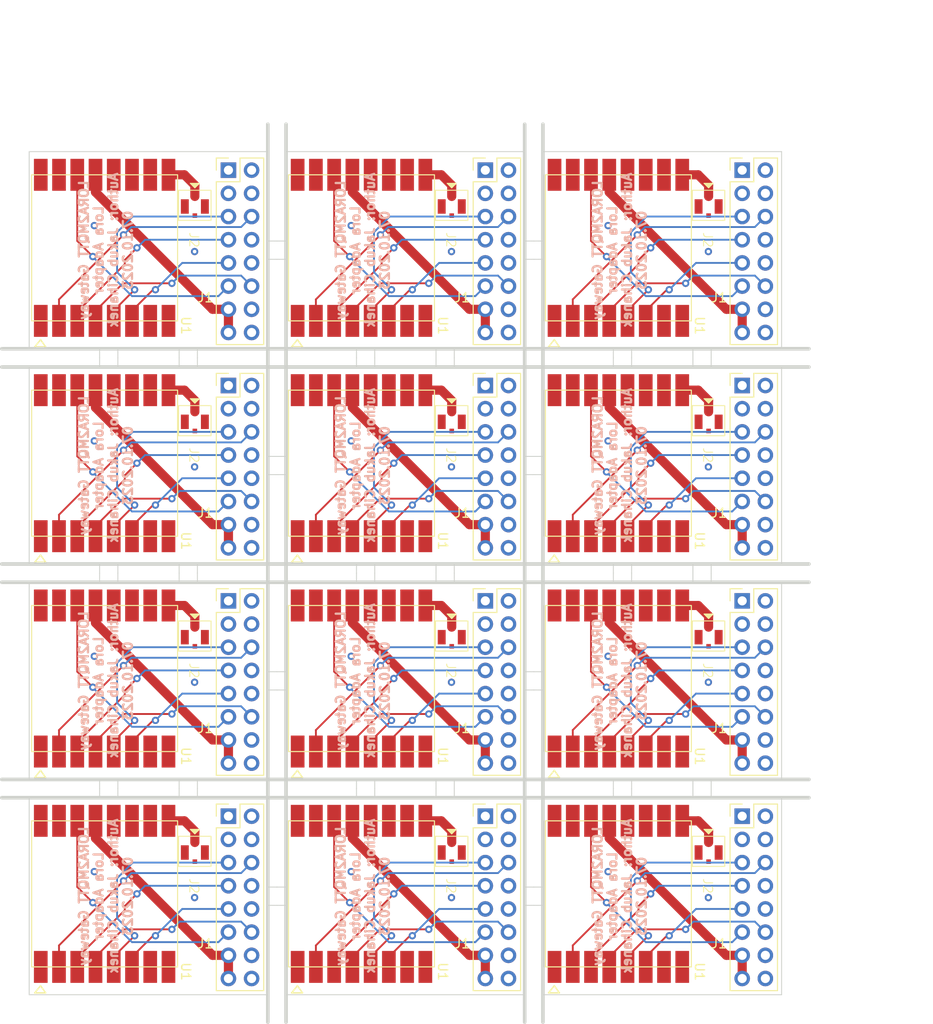
<source format=kicad_pcb>
(kicad_pcb (version 20221018) (generator pcbnew)
  (layers (0 "F.Cu" signal) (31 "B.Cu" signal) (34 "B.Paste" user) (35 "F.Paste" user) (36 "B.SilkS" user "B.Silkscreen") (37 "F.SilkS" user "F.Silkscreen") (38 "B.Mask" user) (39 "F.Mask" user) (44 "Edge.Cuts" user))
  (net 0 "")
  (net 1 "Board_0-+3.3V")
  (net 2 "Board_0-DIO0")
  (net 3 "Board_0-GND")
  (net 4 "Board_0-MISO")
  (net 5 "Board_0-MOSI")
  (net 6 "Board_0-NSS")
  (net 7 "Board_0-Net-(J2-In)")
  (net 8 "Board_0-RST")
  (net 9 "Board_0-SCK")
  (net 10 "Board_0-unconnected-(J1-Pin_1-Pad1)")
  (net 11 "Board_0-unconnected-(J1-Pin_10-Pad10)")
  (net 12 "Board_0-unconnected-(J1-Pin_2-Pad2)")
  (net 13 "Board_0-unconnected-(J1-Pin_3-Pad3)")
  (net 14 "Board_0-unconnected-(J1-Pin_4-Pad4)")
  (net 15 "Board_0-unconnected-(J1-Pin_8-Pad8)")
  (net 16 "Board_0-unconnected-(U1-DIO1-Pad15)")
  (net 17 "Board_0-unconnected-(U1-DIO2-Pad16)")
  (net 18 "Board_0-unconnected-(U1-DIO3-Pad11)")
  (net 19 "Board_0-unconnected-(U1-DIO4-Pad12)")
  (net 20 "Board_0-unconnected-(U1-DIO5-Pad7)")
  (net 21 "Board_1-+3.3V")
  (net 22 "Board_1-DIO0")
  (net 23 "Board_1-GND")
  (net 24 "Board_1-MISO")
  (net 25 "Board_1-MOSI")
  (net 26 "Board_1-NSS")
  (net 27 "Board_1-Net-(J2-In)")
  (net 28 "Board_1-RST")
  (net 29 "Board_1-SCK")
  (net 30 "Board_1-unconnected-(J1-Pin_1-Pad1)")
  (net 31 "Board_1-unconnected-(J1-Pin_10-Pad10)")
  (net 32 "Board_1-unconnected-(J1-Pin_2-Pad2)")
  (net 33 "Board_1-unconnected-(J1-Pin_3-Pad3)")
  (net 34 "Board_1-unconnected-(J1-Pin_4-Pad4)")
  (net 35 "Board_1-unconnected-(J1-Pin_8-Pad8)")
  (net 36 "Board_1-unconnected-(U1-DIO1-Pad15)")
  (net 37 "Board_1-unconnected-(U1-DIO2-Pad16)")
  (net 38 "Board_1-unconnected-(U1-DIO3-Pad11)")
  (net 39 "Board_1-unconnected-(U1-DIO4-Pad12)")
  (net 40 "Board_1-unconnected-(U1-DIO5-Pad7)")
  (net 41 "Board_2-+3.3V")
  (net 42 "Board_2-DIO0")
  (net 43 "Board_2-GND")
  (net 44 "Board_2-MISO")
  (net 45 "Board_2-MOSI")
  (net 46 "Board_2-NSS")
  (net 47 "Board_2-Net-(J2-In)")
  (net 48 "Board_2-RST")
  (net 49 "Board_2-SCK")
  (net 50 "Board_2-unconnected-(J1-Pin_1-Pad1)")
  (net 51 "Board_2-unconnected-(J1-Pin_10-Pad10)")
  (net 52 "Board_2-unconnected-(J1-Pin_2-Pad2)")
  (net 53 "Board_2-unconnected-(J1-Pin_3-Pad3)")
  (net 54 "Board_2-unconnected-(J1-Pin_4-Pad4)")
  (net 55 "Board_2-unconnected-(J1-Pin_8-Pad8)")
  (net 56 "Board_2-unconnected-(U1-DIO1-Pad15)")
  (net 57 "Board_2-unconnected-(U1-DIO2-Pad16)")
  (net 58 "Board_2-unconnected-(U1-DIO3-Pad11)")
  (net 59 "Board_2-unconnected-(U1-DIO4-Pad12)")
  (net 60 "Board_2-unconnected-(U1-DIO5-Pad7)")
  (net 61 "Board_3-+3.3V")
  (net 62 "Board_3-DIO0")
  (net 63 "Board_3-GND")
  (net 64 "Board_3-MISO")
  (net 65 "Board_3-MOSI")
  (net 66 "Board_3-NSS")
  (net 67 "Board_3-Net-(J2-In)")
  (net 68 "Board_3-RST")
  (net 69 "Board_3-SCK")
  (net 70 "Board_3-unconnected-(J1-Pin_1-Pad1)")
  (net 71 "Board_3-unconnected-(J1-Pin_10-Pad10)")
  (net 72 "Board_3-unconnected-(J1-Pin_2-Pad2)")
  (net 73 "Board_3-unconnected-(J1-Pin_3-Pad3)")
  (net 74 "Board_3-unconnected-(J1-Pin_4-Pad4)")
  (net 75 "Board_3-unconnected-(J1-Pin_8-Pad8)")
  (net 76 "Board_3-unconnected-(U1-DIO1-Pad15)")
  (net 77 "Board_3-unconnected-(U1-DIO2-Pad16)")
  (net 78 "Board_3-unconnected-(U1-DIO3-Pad11)")
  (net 79 "Board_3-unconnected-(U1-DIO4-Pad12)")
  (net 80 "Board_3-unconnected-(U1-DIO5-Pad7)")
  (net 81 "Board_4-+3.3V")
  (net 82 "Board_4-DIO0")
  (net 83 "Board_4-GND")
  (net 84 "Board_4-MISO")
  (net 85 "Board_4-MOSI")
  (net 86 "Board_4-NSS")
  (net 87 "Board_4-Net-(J2-In)")
  (net 88 "Board_4-RST")
  (net 89 "Board_4-SCK")
  (net 90 "Board_4-unconnected-(J1-Pin_1-Pad1)")
  (net 91 "Board_4-unconnected-(J1-Pin_10-Pad10)")
  (net 92 "Board_4-unconnected-(J1-Pin_2-Pad2)")
  (net 93 "Board_4-unconnected-(J1-Pin_3-Pad3)")
  (net 94 "Board_4-unconnected-(J1-Pin_4-Pad4)")
  (net 95 "Board_4-unconnected-(J1-Pin_8-Pad8)")
  (net 96 "Board_4-unconnected-(U1-DIO1-Pad15)")
  (net 97 "Board_4-unconnected-(U1-DIO2-Pad16)")
  (net 98 "Board_4-unconnected-(U1-DIO3-Pad11)")
  (net 99 "Board_4-unconnected-(U1-DIO4-Pad12)")
  (net 100 "Board_4-unconnected-(U1-DIO5-Pad7)")
  (net 101 "Board_5-+3.3V")
  (net 102 "Board_5-DIO0")
  (net 103 "Board_5-GND")
  (net 104 "Board_5-MISO")
  (net 105 "Board_5-MOSI")
  (net 106 "Board_5-NSS")
  (net 107 "Board_5-Net-(J2-In)")
  (net 108 "Board_5-RST")
  (net 109 "Board_5-SCK")
  (net 110 "Board_5-unconnected-(J1-Pin_1-Pad1)")
  (net 111 "Board_5-unconnected-(J1-Pin_10-Pad10)")
  (net 112 "Board_5-unconnected-(J1-Pin_2-Pad2)")
  (net 113 "Board_5-unconnected-(J1-Pin_3-Pad3)")
  (net 114 "Board_5-unconnected-(J1-Pin_4-Pad4)")
  (net 115 "Board_5-unconnected-(J1-Pin_8-Pad8)")
  (net 116 "Board_5-unconnected-(U1-DIO1-Pad15)")
  (net 117 "Board_5-unconnected-(U1-DIO2-Pad16)")
  (net 118 "Board_5-unconnected-(U1-DIO3-Pad11)")
  (net 119 "Board_5-unconnected-(U1-DIO4-Pad12)")
  (net 120 "Board_5-unconnected-(U1-DIO5-Pad7)")
  (net 121 "Board_6-+3.3V")
  (net 122 "Board_6-DIO0")
  (net 123 "Board_6-GND")
  (net 124 "Board_6-MISO")
  (net 125 "Board_6-MOSI")
  (net 126 "Board_6-NSS")
  (net 127 "Board_6-Net-(J2-In)")
  (net 128 "Board_6-RST")
  (net 129 "Board_6-SCK")
  (net 130 "Board_6-unconnected-(J1-Pin_1-Pad1)")
  (net 131 "Board_6-unconnected-(J1-Pin_10-Pad10)")
  (net 132 "Board_6-unconnected-(J1-Pin_2-Pad2)")
  (net 133 "Board_6-unconnected-(J1-Pin_3-Pad3)")
  (net 134 "Board_6-unconnected-(J1-Pin_4-Pad4)")
  (net 135 "Board_6-unconnected-(J1-Pin_8-Pad8)")
  (net 136 "Board_6-unconnected-(U1-DIO1-Pad15)")
  (net 137 "Board_6-unconnected-(U1-DIO2-Pad16)")
  (net 138 "Board_6-unconnected-(U1-DIO3-Pad11)")
  (net 139 "Board_6-unconnected-(U1-DIO4-Pad12)")
  (net 140 "Board_6-unconnected-(U1-DIO5-Pad7)")
  (net 141 "Board_7-+3.3V")
  (net 142 "Board_7-DIO0")
  (net 143 "Board_7-GND")
  (net 144 "Board_7-MISO")
  (net 145 "Board_7-MOSI")
  (net 146 "Board_7-NSS")
  (net 147 "Board_7-Net-(J2-In)")
  (net 148 "Board_7-RST")
  (net 149 "Board_7-SCK")
  (net 150 "Board_7-unconnected-(J1-Pin_1-Pad1)")
  (net 151 "Board_7-unconnected-(J1-Pin_10-Pad10)")
  (net 152 "Board_7-unconnected-(J1-Pin_2-Pad2)")
  (net 153 "Board_7-unconnected-(J1-Pin_3-Pad3)")
  (net 154 "Board_7-unconnected-(J1-Pin_4-Pad4)")
  (net 155 "Board_7-unconnected-(J1-Pin_8-Pad8)")
  (net 156 "Board_7-unconnected-(U1-DIO1-Pad15)")
  (net 157 "Board_7-unconnected-(U1-DIO2-Pad16)")
  (net 158 "Board_7-unconnected-(U1-DIO3-Pad11)")
  (net 159 "Board_7-unconnected-(U1-DIO4-Pad12)")
  (net 160 "Board_7-unconnected-(U1-DIO5-Pad7)")
  (net 161 "Board_8-+3.3V")
  (net 162 "Board_8-DIO0")
  (net 163 "Board_8-GND")
  (net 164 "Board_8-MISO")
  (net 165 "Board_8-MOSI")
  (net 166 "Board_8-NSS")
  (net 167 "Board_8-Net-(J2-In)")
  (net 168 "Board_8-RST")
  (net 169 "Board_8-SCK")
  (net 170 "Board_8-unconnected-(J1-Pin_1-Pad1)")
  (net 171 "Board_8-unconnected-(J1-Pin_10-Pad10)")
  (net 172 "Board_8-unconnected-(J1-Pin_2-Pad2)")
  (net 173 "Board_8-unconnected-(J1-Pin_3-Pad3)")
  (net 174 "Board_8-unconnected-(J1-Pin_4-Pad4)")
  (net 175 "Board_8-unconnected-(J1-Pin_8-Pad8)")
  (net 176 "Board_8-unconnected-(U1-DIO1-Pad15)")
  (net 177 "Board_8-unconnected-(U1-DIO2-Pad16)")
  (net 178 "Board_8-unconnected-(U1-DIO3-Pad11)")
  (net 179 "Board_8-unconnected-(U1-DIO4-Pad12)")
  (net 180 "Board_8-unconnected-(U1-DIO5-Pad7)")
  (net 181 "Board_9-+3.3V")
  (net 182 "Board_9-DIO0")
  (net 183 "Board_9-GND")
  (net 184 "Board_9-MISO")
  (net 185 "Board_9-MOSI")
  (net 186 "Board_9-NSS")
  (net 187 "Board_9-Net-(J2-In)")
  (net 188 "Board_9-RST")
  (net 189 "Board_9-SCK")
  (net 190 "Board_9-unconnected-(J1-Pin_1-Pad1)")
  (net 191 "Board_9-unconnected-(J1-Pin_10-Pad10)")
  (net 192 "Board_9-unconnected-(J1-Pin_2-Pad2)")
  (net 193 "Board_9-unconnected-(J1-Pin_3-Pad3)")
  (net 194 "Board_9-unconnected-(J1-Pin_4-Pad4)")
  (net 195 "Board_9-unconnected-(J1-Pin_8-Pad8)")
  (net 196 "Board_9-unconnected-(U1-DIO1-Pad15)")
  (net 197 "Board_9-unconnected-(U1-DIO2-Pad16)")
  (net 198 "Board_9-unconnected-(U1-DIO3-Pad11)")
  (net 199 "Board_9-unconnected-(U1-DIO4-Pad12)")
  (net 200 "Board_9-unconnected-(U1-DIO5-Pad7)")
  (net 201 "Board_10-+3.3V")
  (net 202 "Board_10-DIO0")
  (net 203 "Board_10-GND")
  (net 204 "Board_10-MISO")
  (net 205 "Board_10-MOSI")
  (net 206 "Board_10-NSS")
  (net 207 "Board_10-Net-(J2-In)")
  (net 208 "Board_10-RST")
  (net 209 "Board_10-SCK")
  (net 210 "Board_10-unconnected-(J1-Pin_1-Pad1)")
  (net 211 "Board_10-unconnected-(J1-Pin_10-Pad10)")
  (net 212 "Board_10-unconnected-(J1-Pin_2-Pad2)")
  (net 213 "Board_10-unconnected-(J1-Pin_3-Pad3)")
  (net 214 "Board_10-unconnected-(J1-Pin_4-Pad4)")
  (net 215 "Board_10-unconnected-(J1-Pin_8-Pad8)")
  (net 216 "Board_10-unconnected-(U1-DIO1-Pad15)")
  (net 217 "Board_10-unconnected-(U1-DIO2-Pad16)")
  (net 218 "Board_10-unconnected-(U1-DIO3-Pad11)")
  (net 219 "Board_10-unconnected-(U1-DIO4-Pad12)")
  (net 220 "Board_10-unconnected-(U1-DIO5-Pad7)")
  (net 221 "Board_11-+3.3V")
  (net 222 "Board_11-DIO0")
  (net 223 "Board_11-GND")
  (net 224 "Board_11-MISO")
  (net 225 "Board_11-MOSI")
  (net 226 "Board_11-NSS")
  (net 227 "Board_11-Net-(J2-In)")
  (net 228 "Board_11-RST")
  (net 229 "Board_11-SCK")
  (net 230 "Board_11-unconnected-(J1-Pin_1-Pad1)")
  (net 231 "Board_11-unconnected-(J1-Pin_10-Pad10)")
  (net 232 "Board_11-unconnected-(J1-Pin_2-Pad2)")
  (net 233 "Board_11-unconnected-(J1-Pin_3-Pad3)")
  (net 234 "Board_11-unconnected-(J1-Pin_4-Pad4)")
  (net 235 "Board_11-unconnected-(J1-Pin_8-Pad8)")
  (net 236 "Board_11-unconnected-(U1-DIO1-Pad15)")
  (net 237 "Board_11-unconnected-(U1-DIO2-Pad16)")
  (net 238 "Board_11-unconnected-(U1-DIO3-Pad11)")
  (net 239 "Board_11-unconnected-(U1-DIO4-Pad12)")
  (net 240 "Board_11-unconnected-(U1-DIO5-Pad7)")
  (footprint "radios_johnymalina:rfmxx_lora_module" (layer "F.Cu") (at 143.689 77.72 90)
    (fp_text reference "U1")
    (fp_text value "RFM9X")
  )
  (footprint "connectors_johnymalina:IPX4_antena" (layer "F.Cu") (at 153.58 73.1904 180)
    (fp_text reference "J2")
    (fp_text value "Conn_Coaxial")
  )
  (footprint "Connector_PinHeader_2.54mm:PinHeader_2x08_P2.54mm_Vertical" (layer "F.Cu") (at 157.263 45.622)
    (fp_text reference "J1")
    (fp_text value "Conn_02x08_Odd_Even")
  )
  (footprint "Connector_PinHeader_2.54mm:PinHeader_2x08_P2.54mm_Vertical" (layer "F.Cu") (at 129.101 69.212)
    (fp_text reference "J1")
    (fp_text value "Conn_02x08_Odd_Even")
  )
  (footprint "Connector_PinHeader_2.54mm:PinHeader_2x08_P2.54mm_Vertical" (layer "F.Cu") (at 185.425 92.802)
    (fp_text reference "J1")
    (fp_text value "Conn_02x08_Odd_Even")
  )
  (footprint "Connector_PinHeader_2.54mm:PinHeader_2x08_P2.54mm_Vertical" (layer "F.Cu") (at 129.101 45.622)
    (fp_text reference "J1")
    (fp_text value "Conn_02x08_Odd_Even")
  )
  (footprint "Connector_PinHeader_2.54mm:PinHeader_2x08_P2.54mm_Vertical" (layer "F.Cu") (at 129.101 22.032)
    (fp_text reference "J1")
    (fp_text value "Conn_02x08_Odd_Even")
  )
  (footprint "radios_johnymalina:rfmxx_lora_module" (layer "F.Cu") (at 115.527 54.13 90)
    (fp_text reference "U1")
    (fp_text value "RFM9X")
  )
  (footprint "Connector_PinHeader_2.54mm:PinHeader_2x08_P2.54mm_Vertical" (layer "F.Cu") (at 185.425 45.622)
    (fp_text reference "J1")
    (fp_text value "Conn_02x08_Odd_Even")
  )
  (footprint "radios_johnymalina:rfmxx_lora_module" (layer "F.Cu") (at 171.851 54.13 90)
    (fp_text reference "U1")
    (fp_text value "RFM9X")
  )
  (footprint "radios_johnymalina:rfmxx_lora_module" (layer "F.Cu") (at 143.689 30.54 90)
    (fp_text reference "U1")
    (fp_text value "RFM9X")
  )
  (footprint "Connector_PinHeader_2.54mm:PinHeader_2x08_P2.54mm_Vertical" (layer "F.Cu") (at 157.263 22.032)
    (fp_text reference "J1")
    (fp_text value "Conn_02x08_Odd_Even")
  )
  (footprint "connectors_johnymalina:IPX4_antena" (layer "F.Cu") (at 153.58 96.7804 180)
    (fp_text reference "J2")
    (fp_text value "Conn_Coaxial")
  )
  (footprint "radios_johnymalina:rfmxx_lora_module" (layer "F.Cu") (at 115.527 101.31 90)
    (fp_text reference "U1")
    (fp_text value "RFM9X")
  )
  (footprint "radios_johnymalina:rfmxx_lora_module" (layer "F.Cu") (at 171.851 101.31 90)
    (fp_text reference "U1")
    (fp_text value "RFM9X")
  )
  (footprint "radios_johnymalina:rfmxx_lora_module" (layer "F.Cu") (at 115.527 30.54 90)
    (fp_text reference "U1")
    (fp_text value "RFM9X")
  )
  (footprint "connectors_johnymalina:IPX4_antena" (layer "F.Cu") (at 181.742 73.1904 180)
    (fp_text reference "J2")
    (fp_text value "Conn_Coaxial")
  )
  (footprint "Connector_PinHeader_2.54mm:PinHeader_2x08_P2.54mm_Vertical" (layer "F.Cu") (at 157.263 69.212)
    (fp_text reference "J1")
    (fp_text value "Conn_02x08_Odd_Even")
  )
  (footprint "Connector_PinHeader_2.54mm:PinHeader_2x08_P2.54mm_Vertical" (layer "F.Cu") (at 157.263 92.802)
    (fp_text reference "J1")
    (fp_text value "Conn_02x08_Odd_Even")
  )
  (footprint "connectors_johnymalina:IPX4_antena" (layer "F.Cu") (at 125.418 49.6004 180)
    (fp_text reference "J2")
    (fp_text value "Conn_Coaxial")
  )
  (footprint "connectors_johnymalina:IPX4_antena" (layer "F.Cu") (at 181.742 49.6004 180)
    (fp_text reference "J2")
    (fp_text value "Conn_Coaxial")
  )
  (footprint "connectors_johnymalina:IPX4_antena" (layer "F.Cu") (at 153.58 26.0104 180)
    (fp_text reference "J2")
    (fp_text value "Conn_Coaxial")
  )
  (footprint "connectors_johnymalina:IPX4_antena" (layer "F.Cu") (at 125.418 26.0104 180)
    (fp_text reference "J2")
    (fp_text value "Conn_Coaxial")
  )
  (footprint "radios_johnymalina:rfmxx_lora_module" (layer "F.Cu") (at 171.851 30.54 90)
    (fp_text reference "U1")
    (fp_text value "RFM9X")
  )
  (footprint "connectors_johnymalina:IPX4_antena" (layer "F.Cu") (at 153.58 49.6004 180)
    (fp_text reference "J2")
    (fp_text value "Conn_Coaxial")
  )
  (footprint "connectors_johnymalina:IPX4_antena" (layer "F.Cu") (at 181.742 96.7804 180)
    (fp_text reference "J2")
    (fp_text value "Conn_Coaxial")
  )
  (footprint "Connector_PinHeader_2.54mm:PinHeader_2x08_P2.54mm_Vertical" (layer "F.Cu") (at 129.101 92.802)
    (fp_text reference "J1")
    (fp_text value "Conn_02x08_Odd_Even")
  )
  (footprint "radios_johnymalina:rfmxx_lora_module" (layer "F.Cu") (at 143.689 54.13 90)
    (fp_text reference "U1")
    (fp_text value "RFM9X")
  )
  (footprint "connectors_johnymalina:IPX4_antena" (layer "F.Cu") (at 125.418 96.7804 180)
    (fp_text reference "J2")
    (fp_text value "Conn_Coaxial")
  )
  (footprint "Connector_PinHeader_2.54mm:PinHeader_2x08_P2.54mm_Vertical" (layer "F.Cu") (at 185.425 69.212)
    (fp_text reference "J1")
    (fp_text value "Conn_02x08_Odd_Even")
  )
  (footprint "connectors_johnymalina:IPX4_antena" (layer "F.Cu") (at 125.418 73.1904 180)
    (fp_text reference "J2")
    (fp_text value "Conn_Coaxial")
  )
  (footprint "radios_johnymalina:rfmxx_lora_module" (layer "F.Cu") (at 143.689 101.31 90)
    (fp_text reference "U1")
    (fp_text value "RFM9X")
  )
  (footprint "connectors_johnymalina:IPX4_antena" (layer "F.Cu") (at 181.742 26.0104 180)
    (fp_text reference "J2")
    (fp_text value "Conn_Coaxial")
  )
  (footprint "Connector_PinHeader_2.54mm:PinHeader_2x08_P2.54mm_Vertical" (layer "F.Cu") (at 185.425 22.032)
    (fp_text reference "J1")
    (fp_text value "Conn_02x08_Odd_Even")
  )
  (footprint "radios_johnymalina:rfmxx_lora_module" (layer "F.Cu") (at 115.527 77.72 90)
    (fp_text reference "U1")
    (fp_text value "RFM9X")
  )
  (footprint "radios_johnymalina:rfmxx_lora_module" (layer "F.Cu") (at 171.851 77.72 90)
    (fp_text reference "U1")
    (fp_text value "RFM9X")
  )
  (gr_line (start 164.1906 41.3868) (end 165.3844 41.3868) (stroke (width 0.15)) (layer "F.SilkS"))
  (gr_line (start 164.1906 64.9768) (end 165.3844 64.9768) (stroke (width 0.15)) (layer "F.SilkS"))
  (gr_line (start 136.0286 64.9768) (end 136.6636 64.1894) (stroke (width 0.15)) (layer "F.SilkS"))
  (gr_line (start 137.2224 64.9768) (end 136.6636 64.1894) (stroke (width 0.15)) (layer "F.SilkS"))
  (gr_line (start 136.0286 88.5668) (end 136.6636 87.7794) (stroke (width 0.15)) (layer "F.SilkS"))
  (gr_line (start 107.8666 41.3868) (end 109.0604 41.3868) (stroke (width 0.15)) (layer "F.SilkS"))
  (gr_line (start 137.2224 88.5668) (end 136.6636 87.7794) (stroke (width 0.15)) (layer "F.SilkS"))
  (gr_line (start 136.0286 41.3868) (end 136.6636 40.5994) (stroke (width 0.15)) (layer "F.SilkS"))
  (gr_line (start 107.8666 41.3868) (end 108.5016 40.5994) (stroke (width 0.15)) (layer "F.SilkS"))
  (gr_line (start 109.0604 112.1568) (end 108.5016 111.3694) (stroke (width 0.15)) (layer "F.SilkS"))
  (gr_line (start 164.1906 41.3868) (end 164.8256 40.5994) (stroke (width 0.15)) (layer "F.SilkS"))
  (gr_line (start 107.8666 112.1568) (end 108.5016 111.3694) (stroke (width 0.15)) (layer "F.SilkS"))
  (gr_line (start 164.1906 88.5668) (end 164.8256 87.7794) (stroke (width 0.15)) (layer "F.SilkS"))
  (gr_line (start 109.0604 64.9768) (end 108.5016 64.1894) (stroke (width 0.15)) (layer "F.SilkS"))
  (gr_line (start 164.1906 64.9768) (end 164.8256 64.1894) (stroke (width 0.15)) (layer "F.SilkS"))
  (gr_line (start 107.8666 112.1568) (end 109.0604 112.1568) (stroke (width 0.15)) (layer "F.SilkS"))
  (gr_line (start 136.0286 88.5668) (end 137.2224 88.5668) (stroke (width 0.15)) (layer "F.SilkS"))
  (gr_line (start 164.1906 112.1568) (end 165.3844 112.1568) (stroke (width 0.15)) (layer "F.SilkS"))
  (gr_line (start 165.3844 112.1568) (end 164.8256 111.3694) (stroke (width 0.15)) (layer "F.SilkS"))
  (gr_line (start 165.3844 88.5668) (end 164.8256 87.7794) (stroke (width 0.15)) (layer "F.SilkS"))
  (gr_line (start 137.2224 41.3868) (end 136.6636 40.5994) (stroke (width 0.15)) (layer "F.SilkS"))
  (gr_line (start 107.8666 88.5668) (end 109.0604 88.5668) (stroke (width 0.15)) (layer "F.SilkS"))
  (gr_line (start 165.3844 64.9768) (end 164.8256 64.1894) (stroke (width 0.15)) (layer "F.SilkS"))
  (gr_line (start 137.2224 112.1568) (end 136.6636 111.3694) (stroke (width 0.15)) (layer "F.SilkS"))
  (gr_line (start 136.0286 64.9768) (end 137.2224 64.9768) (stroke (width 0.15)) (layer "F.SilkS"))
  (gr_line (start 136.0286 41.3868) (end 137.2224 41.3868) (stroke (width 0.15)) (layer "F.SilkS"))
  (gr_line (start 165.3844 41.3868) (end 164.8256 40.5994) (stroke (width 0.15)) (layer "F.SilkS"))
  (gr_line (start 136.0286 112.1568) (end 136.6636 111.3694) (stroke (width 0.15)) (layer "F.SilkS"))
  (gr_line (start 107.8666 64.9768) (end 108.5016 64.1894) (stroke (width 0.15)) (layer "F.SilkS"))
  (gr_line (start 107.8666 88.5668) (end 108.5016 87.7794) (stroke (width 0.15)) (layer "F.SilkS"))
  (gr_line (start 164.1906 88.5668) (end 165.3844 88.5668) (stroke (width 0.15)) (layer "F.SilkS"))
  (gr_line (start 136.0286 112.1568) (end 137.2224 112.1568) (stroke (width 0.15)) (layer "F.SilkS"))
  (gr_line (start 107.8666 64.9768) (end 109.0604 64.9768) (stroke (width 0.15)) (layer "F.SilkS"))
  (gr_line (start 109.0604 41.3868) (end 108.5016 40.5994) (stroke (width 0.15)) (layer "F.SilkS"))
  (gr_line (start 109.0604 88.5668) (end 108.5016 87.7794) (stroke (width 0.15)) (layer "F.SilkS"))
  (gr_line (start 164.1906 112.1568) (end 164.8256 111.3694) (stroke (width 0.15)) (layer "F.SilkS"))
  (gr_line (start 145.139666 65.18) (end 151.860333 65.18) (stroke (width 0.1)) (layer "Edge.Cuts"))
  (gr_line (start 151.860333 41.59) (end 151.860333 42.59) (stroke (width 0.1)) (layer "Edge.Cuts"))
  (gr_line (start 163.581 53.385) (end 162.581 53.385) (stroke (width 0.1)) (layer "Edge.Cuts"))
  (gr_line (start 180.022333 90.77) (end 180.022333 90.77) (stroke (width 0.1)) (layer "Edge.Cuts"))
  (gr_line (start 133.419 102.565) (end 134.419 102.565) (stroke (width 0.1)) (layer "Edge.Cuts"))
  (gr_line (start 143.139666 67.18) (end 135.419 67.18) (stroke (width 0.1)) (layer "Edge.Cuts"))
  (gr_line (start 135.419 53.385) (end 134.419 53.385) (stroke (width 0.1)) (layer "Edge.Cuts"))
  (gr_line (start 163.581 41.59) (end 171.301666 41.59) (stroke (width 0.1)) (layer "Edge.Cuts"))
  (gr_line (start 123.698333 43.59) (end 116.977666 43.59) (stroke (width 0.1)) (layer "Edge.Cuts"))
  (gr_line (start 151.860333 90.77) (end 145.139666 90.77) (stroke (width 0.1)) (layer "Edge.Cuts"))
  (gr_line (start 134.419 78.975) (end 135.419 78.975) (stroke (width 0.1)) (layer "Edge.Cuts"))
  (gr_line (start 135.419 31.795) (end 135.419 41.59) (stroke (width 0.1)) (layer "Edge.Cuts"))
  (gr_line (start 161.581 53.385) (end 161.581 53.385) (stroke (width 0.1)) (layer "Edge.Cuts"))
  (gr_line (start 133.419 78.975) (end 134.419 78.975) (stroke (width 0.1)) (layer "Edge.Cuts"))
  (gr_line (start 104.257 90.775) (end 192.743 90.775) (stroke (width 0.4)) (layer "Edge.Cuts"))
  (gr_line (start 143.139666 66.18) (end 143.139666 67.18) (stroke (width 0.1)) (layer "Edge.Cuts"))
  (gr_line (start 125.698333 89.77) (end 125.698333 88.77) (stroke (width 0.1)) (layer "Edge.Cuts"))
  (gr_line (start 133.419 65.18) (end 133.419 55.385) (stroke (width 0.1)) (layer "Edge.Cuts"))
  (gr_line (start 145.139666 42.59) (end 145.139666 41.59) (stroke (width 0.1)) (layer "Edge.Cuts"))
  (gr_line (start 163.581 78.975) (end 163.581 88.77) (stroke (width 0.1)) (layer "Edge.Cuts"))
  (gr_line (start 135.419 20) (end 135.419 29.795) (stroke (width 0.1)) (layer "Edge.Cuts"))
  (gr_line (start 151.860333 66.18) (end 151.860333 67.18) (stroke (width 0.1)) (layer "Edge.Cuts"))
  (gr_line (start 104.257 88.775) (end 192.743 88.775) (stroke (width 0.4)) (layer "Edge.Cuts"))
  (gr_line (start 133.419 53.385) (end 133.419 53.385) (stroke (width 0.1)) (layer "Edge.Cuts"))
  (gr_line (start 153.860333 88.77) (end 161.581 88.77) (stroke (width 0.1)) (layer "Edge.Cuts"))
  (gr_line (start 163.581 55.385) (end 163.581 65.18) (stroke (width 0.1)) (layer "Edge.Cuts"))
  (gr_line (start 133.419 41.59) (end 133.419 31.795) (stroke (width 0.1)) (layer "Edge.Cuts"))
  (gr_line (start 161.581 90.77) (end 153.860333 90.77) (stroke (width 0.1)) (layer "Edge.Cuts"))
  (gr_line (start 153.860333 89.77) (end 153.860333 88.77) (stroke (width 0.1)) (layer "Edge.Cuts"))
  (gr_line (start 123.698333 67.18) (end 123.698333 67.18) (stroke (width 0.1)) (layer "Edge.Cuts"))
  (gr_line (start 104.257 67.175) (end 192.743 67.175) (stroke (width 0.4)) (layer "Edge.Cuts"))
  (gr_line (start 133.419 100.565) (end 133.419 90.77) (stroke (width 0.1)) (layer "Edge.Cuts"))
  (gr_line (start 125.698333 88.77) (end 133.419 88.77) (stroke (width 0.1)) (layer "Edge.Cuts"))
  (gr_line (start 180.022333 65.18) (end 180.022333 65.18) (stroke (width 0.1)) (layer "Edge.Cuts"))
  (gr_line (start 116.977666 41.59) (end 123.698333 41.59) (stroke (width 0.1)) (layer "Edge.Cuts"))
  (gr_line (start 123.698333 67.18) (end 116.977666 67.18) (stroke (width 0.1)) (layer "Edge.Cuts"))
  (gr_line (start 133.419 53.385) (end 133.419 43.59) (stroke (width 0.1)) (layer "Edge.Cuts"))
  (gr_line (start 123.698333 90.77) (end 116.977666 90.77) (stroke (width 0.1)) (layer "Edge.Cuts"))
  (gr_line (start 180.022333 66.18) (end 180.022333 67.18) (stroke (width 0.1)) (layer "Edge.Cuts"))
  (gr_line (start 163.581 76.975) (end 162.581 76.975) (stroke (width 0.1)) (layer "Edge.Cuts"))
  (gr_line (start 153.860333 90.77) (end 153.860333 89.77) (stroke (width 0.1)) (layer "Edge.Cuts"))
  (gr_line (start 182.022333 41.59) (end 189.743 41.59) (stroke (width 0.1)) (layer "Edge.Cuts"))
  (gr_line (start 182.022333 89.77) (end 182.022333 88.77) (stroke (width 0.1)) (layer "Edge.Cuts"))
  (gr_line (start 107.257 112.36) (end 133.419 112.36) (stroke (width 0.1)) (layer "Edge.Cuts"))
  (gr_line (start 104.257 41.595) (end 192.743 41.595) (stroke (width 0.4)) (layer "Edge.Cuts"))
  (gr_line (start 161.578 17) (end 161.578 115.36) (stroke (width 0.4)) (layer "Edge.Cuts"))
  (gr_line (start 171.301666 43.59) (end 163.581 43.59) (stroke (width 0.1)) (layer "Edge.Cuts"))
  (gr_line (start 163.578 17) (end 163.578 115.36) (stroke (width 0.4)) (layer "Edge.Cuts"))
  (gr_line (start 161.581 67.18) (end 153.860333 67.18) (stroke (width 0.1)) (layer "Edge.Cuts"))
  (gr_line (start 107.257 20) (end 107.257 41.59) (stroke (width 0.1)) (layer "Edge.Cuts"))
  (gr_line (start 143.139666 89.77) (end 143.139666 90.77) (stroke (width 0.1)) (layer "Edge.Cuts"))
  (gr_line (start 171.301666 66.18) (end 171.301666 67.18) (stroke (width 0.1)) (layer "Edge.Cuts"))
  (gr_line (start 125.698333 67.18) (end 125.698333 66.18) (stroke (width 0.1)) (layer "Edge.Cuts"))
  (gr_line (start 123.698333 88.77) (end 123.698333 89.77) (stroke (width 0.1)) (layer "Edge.Cuts"))
  (gr_line (start 114.977666 89.77) (end 114.977666 90.77) (stroke (width 0.1)) (layer "Edge.Cuts"))
  (gr_line (start 162.581 102.565) (end 163.581 102.565) (stroke (width 0.1)) (layer "Edge.Cuts"))
  (gr_line (start 180.022333 41.59) (end 180.022333 42.59) (stroke (width 0.1)) (layer "Edge.Cuts"))
  (gr_line (start 135.419 78.975) (end 135.419 88.77) (stroke (width 0.1)) (layer "Edge.Cuts"))
  (gr_line (start 125.698333 42.59) (end 125.698333 41.59) (stroke (width 0.1)) (layer "Edge.Cuts"))
  (gr_line (start 151.860333 88.77) (end 151.860333 89.77) (stroke (width 0.1)) (layer "Edge.Cuts"))
  (gr_line (start 161.581 43.59) (end 153.860333 43.59) (stroke (width 0.1)) (layer "Edge.Cuts"))
  (gr_line (start 116.977666 90.77) (end 116.977666 89.77) (stroke (width 0.1)) (layer "Edge.Cuts"))
  (gr_line (start 153.860333 66.18) (end 153.860333 65.18) (stroke (width 0.1)) (layer "Edge.Cuts"))
  (gr_line (start 107.257 88.77) (end 114.977666 88.77) (stroke (width 0.1)) (layer "Edge.Cuts"))
  (gr_line (start 171.301666 88.77) (end 171.301666 89.77) (stroke (width 0.1)) (layer "Edge.Cuts"))
  (gr_line (start 161.581 100.565) (end 161.581 90.77) (stroke (width 0.1)) (layer "Edge.Cuts"))
  (gr_line (start 135.419 76.975) (end 134.419 76.975) (stroke (width 0.1)) (layer "Edge.Cuts"))
  (gr_line (start 182.022333 66.18) (end 182.022333 65.18) (stroke (width 0.1)) (layer "Edge.Cuts"))
  (gr_line (start 107.257 43.59) (end 107.257 65.18) (stroke (width 0.1)) (layer "Edge.Cuts"))
  (gr_line (start 162.581 100.565) (end 161.581 100.565) (stroke (width 0.1)) (layer "Edge.Cuts"))
  (gr_line (start 116.977666 65.18) (end 123.698333 65.18) (stroke (width 0.1)) (layer "Edge.Cuts"))
  (gr_line (start 161.581 53.385) (end 161.581 43.59) (stroke (width 0.1)) (layer "Edge.Cuts"))
  (gr_line (start 161.581 102.565) (end 162.581 102.565) (stroke (width 0.1)) (layer "Edge.Cuts"))
  (gr_line (start 162.581 53.385) (end 161.581 53.385) (stroke (width 0.1)) (layer "Edge.Cuts"))
  (gr_line (start 161.581 65.18) (end 161.581 65.18) (stroke (width 0.1)) (layer "Edge.Cuts"))
  (gr_line (start 135.419 43.59) (end 135.419 53.385) (stroke (width 0.1)) (layer "Edge.Cuts"))
  (gr_line (start 135.419 100.565) (end 134.419 100.565) (stroke (width 0.1)) (layer "Edge.Cuts"))
  (gr_line (start 145.139666 89.77) (end 145.139666 88.77) (stroke (width 0.1)) (layer "Edge.Cuts"))
  (gr_line (start 123.698333 41.59) (end 123.698333 42.59) (stroke (width 0.1)) (layer "Edge.Cuts"))
  (gr_line (start 182.022333 90.77) (end 182.022333 89.77) (stroke (width 0.1)) (layer "Edge.Cuts"))
  (gr_line (start 153.860333 67.18) (end 153.860333 66.18) (stroke (width 0.1)) (layer "Edge.Cuts"))
  (gr_line (start 145.139666 43.59) (end 145.139666 42.59) (stroke (width 0.1)) (layer "Edge.Cuts"))
  (gr_line (start 143.139666 65.18) (end 143.139666 66.18) (stroke (width 0.1)) (layer "Edge.Cuts"))
  (gr_line (start 116.977666 42.59) (end 116.977666 41.59) (stroke (width 0.1)) (layer "Edge.Cuts"))
  (gr_line (start 161.581 41.59) (end 161.581 31.795) (stroke (width 0.1)) (layer "Edge.Cuts"))
  (gr_line (start 162.581 78.975) (end 163.581 78.975) (stroke (width 0.1)) (layer "Edge.Cuts"))
  (gr_line (start 173.301666 90.77) (end 173.301666 89.77) (stroke (width 0.1)) (layer "Edge.Cuts"))
  (gr_line (start 153.860333 42.59) (end 153.860333 41.59) (stroke (width 0.1)) (layer "Edge.Cuts"))
  (gr_line (start 173.301666 88.77) (end 180.022333 88.77) (stroke (width 0.1)) (layer "Edge.Cuts"))
  (gr_line (start 163.581 102.565) (end 163.581 112.36) (stroke (width 0.1)) (layer "Edge.Cuts"))
  (gr_line (start 114.977666 88.77) (end 114.977666 89.77) (stroke (width 0.1)) (layer "Edge.Cuts"))
  (gr_line (start 133.419 43.59) (end 125.698333 43.59) (stroke (width 0.1)) (layer "Edge.Cuts"))
  (gr_line (start 151.860333 89.77) (end 151.860333 90.77) (stroke (width 0.1)) (layer "Edge.Cuts"))
  (gr_line (start 116.977666 67.18) (end 116.977666 66.18) (stroke (width 0.1)) (layer "Edge.Cuts"))
  (gr_line (start 123.698333 42.59) (end 123.698333 43.59) (stroke (width 0.1)) (layer "Edge.Cuts"))
  (gr_line (start 107.257 65.18) (end 114.977666 65.18) (stroke (width 0.1)) (layer "Edge.Cuts"))
  (gr_line (start 153.860333 43.59) (end 153.860333 42.59) (stroke (width 0.1)) (layer "Edge.Cuts"))
  (gr_line (start 135.419 102.565) (end 135.419 112.36) (stroke (width 0.1)) (layer "Edge.Cuts"))
  (gr_line (start 161.581 88.77) (end 161.581 78.975) (stroke (width 0.1)) (layer "Edge.Cuts"))
  (gr_line (start 125.698333 66.18) (end 125.698333 65.18) (stroke (width 0.1)) (layer "Edge.Cuts"))
  (gr_line (start 189.743 112.36) (end 189.743 90.77) (stroke (width 0.1)) (layer "Edge.Cuts"))
  (gr_line (start 134.419 53.385) (end 133.419 53.385) (stroke (width 0.1)) (layer "Edge.Cuts"))
  (gr_line (start 145.139666 66.18) (end 145.139666 65.18) (stroke (width 0.1)) (layer "Edge.Cuts"))
  (gr_line (start 135.418 17) (end 135.418 115.36) (stroke (width 0.4)) (layer "Edge.Cuts"))
  (gr_line (start 116.977666 66.18) (end 116.977666 65.18) (stroke (width 0.1)) (layer "Edge.Cuts"))
  (gr_line (start 162.581 76.975) (end 161.581 76.975) (stroke (width 0.1)) (layer "Edge.Cuts"))
  (gr_line (start 173.301666 67.18) (end 173.301666 66.18) (stroke (width 0.1)) (layer "Edge.Cuts"))
  (gr_line (start 151.860333 43.59) (end 145.139666 43.59) (stroke (width 0.1)) (layer "Edge.Cuts"))
  (gr_line (start 171.301666 90.77) (end 163.581 90.77) (stroke (width 0.1)) (layer "Edge.Cuts"))
  (gr_line (start 114.977666 41.59) (end 114.977666 42.59) (stroke (width 0.1)) (layer "Edge.Cuts"))
  (gr_line (start 125.698333 65.18) (end 133.419 65.18) (stroke (width 0.1)) (layer "Edge.Cuts"))
  (gr_line (start 182.022333 43.59) (end 182.022333 42.59) (stroke (width 0.1)) (layer "Edge.Cuts"))
  (gr_line (start 133.419 20) (end 107.257 20) (stroke (width 0.1)) (layer "Edge.Cuts"))
  (gr_line (start 182.022333 67.18) (end 182.022333 66.18) (stroke (width 0.1)) (layer "Edge.Cuts"))
  (gr_line (start 151.860333 89.77) (end 151.860333 89.77) (stroke (width 0.1)) (layer "Edge.Cuts"))
  (gr_line (start 134.419 55.385) (end 135.419 55.385) (stroke (width 0.1)) (layer "Edge.Cuts"))
  (gr_line (start 182.022333 42.59) (end 182.022333 41.59) (stroke (width 0.1)) (layer "Edge.Cuts"))
  (gr_line (start 180.022333 90.77) (end 173.301666 90.77) (stroke (width 0.1)) (layer "Edge.Cuts"))
  (gr_line (start 189.743 88.77) (end 189.743 67.18) (stroke (width 0.1)) (layer "Edge.Cuts"))
  (gr_line (start 135.419 90.77) (end 135.419 100.565) (stroke (width 0.1)) (layer "Edge.Cuts"))
  (gr_line (start 180.022333 43.59) (end 173.301666 43.59) (stroke (width 0.1)) (layer "Edge.Cuts"))
  (gr_line (start 123.698333 65.18) (end 123.698333 66.18) (stroke (width 0.1)) (layer "Edge.Cuts"))
  (gr_line (start 134.419 102.565) (end 135.419 102.565) (stroke (width 0.1)) (layer "Edge.Cuts"))
  (gr_line (start 163.581 29.795) (end 162.581 29.795) (stroke (width 0.1)) (layer "Edge.Cuts"))
  (gr_line (start 163.581 100.565) (end 162.581 100.565) (stroke (width 0.1)) (layer "Edge.Cuts"))
  (gr_line (start 182.022333 65.18) (end 189.743 65.18) (stroke (width 0.1)) (layer "Edge.Cuts"))
  (gr_line (start 171.301666 41.59) (end 171.301666 42.59) (stroke (width 0.1)) (layer "Edge.Cuts"))
  (gr_line (start 173.301666 65.18) (end 180.022333 65.18) (stroke (width 0.1)) (layer "Edge.Cuts"))
  (gr_line (start 163.581 88.77) (end 171.301666 88.77) (stroke (width 0.1)) (layer "Edge.Cuts"))
  (gr_line (start 116.977666 89.77) (end 116.977666 88.77) (stroke (width 0.1)) (layer "Edge.Cuts"))
  (gr_line (start 114.977666 90.77) (end 107.257 90.77) (stroke (width 0.1)) (layer "Edge.Cuts"))
  (gr_line (start 180.022333 41.59) (end 180.022333 41.59) (stroke (width 0.1)) (layer "Edge.Cuts"))
  (gr_line (start 107.257 67.18) (end 107.257 88.77) (stroke (width 0.1)) (layer "Edge.Cuts"))
  (gr_line (start 143.139666 90.77) (end 135.419 90.77) (stroke (width 0.1)) (layer "Edge.Cuts"))
  (gr_line (start 182.022333 88.77) (end 189.743 88.77) (stroke (width 0.1)) (layer "Edge.Cuts"))
  (gr_line (start 107.257 65.18) (end 107.257 65.18) (stroke (width 0.1)) (layer "Edge.Cuts"))
  (gr_line (start 151.860333 43.59) (end 151.860333 43.59) (stroke (width 0.1)) (layer "Edge.Cuts"))
  (gr_line (start 180.022333 65.18) (end 180.022333 66.18) (stroke (width 0.1)) (layer "Edge.Cuts"))
  (gr_line (start 161.581 20) (end 135.419 20) (stroke (width 0.1)) (layer "Edge.Cuts"))
  (gr_line (start 114.977666 65.18) (end 114.977666 66.18) (stroke (width 0.1)) (layer "Edge.Cuts"))
  (gr_line (start 180.022333 42.59) (end 180.022333 43.59) (stroke (width 0.1)) (layer "Edge.Cuts"))
  (gr_line (start 125.698333 41.59) (end 133.419 41.59) (stroke (width 0.1)) (layer "Edge.Cuts"))
  (gr_line (start 173.301666 66.18) (end 173.301666 65.18) (stroke (width 0.1)) (layer "Edge.Cuts"))
  (gr_line (start 173.301666 42.59) (end 173.301666 41.59) (stroke (width 0.1)) (layer "Edge.Cuts"))
  (gr_line (start 162.581 31.795) (end 163.581 31.795) (stroke (width 0.1)) (layer "Edge.Cuts"))
  (gr_line (start 189.743 67.18) (end 182.022333 67.18) (stroke (width 0.1)) (layer "Edge.Cuts"))
  (gr_line (start 135.419 112.36) (end 161.581 112.36) (stroke (width 0.1)) (layer "Edge.Cuts"))
  (gr_line (start 161.581 65.18) (end 161.581 55.385) (stroke (width 0.1)) (layer "Edge.Cuts"))
  (gr_line (start 189.743 90.77) (end 182.022333 90.77) (stroke (width 0.1)) (layer "Edge.Cuts"))
  (gr_line (start 133.419 31.795) (end 134.419 31.795) (stroke (width 0.1)) (layer "Edge.Cuts"))
  (gr_line (start 125.698333 90.77) (end 125.698333 89.77) (stroke (width 0.1)) (layer "Edge.Cuts"))
  (gr_line (start 161.581 76.975) (end 161.581 67.18) (stroke (width 0.1)) (layer "Edge.Cuts"))
  (gr_line (start 145.139666 67.18) (end 145.139666 66.18) (stroke (width 0.1)) (layer "Edge.Cuts"))
  (gr_line (start 163.581 67.18) (end 163.581 76.975) (stroke (width 0.1)) (layer "Edge.Cuts"))
  (gr_line (start 134.419 100.565) (end 134.419 100.565) (stroke (width 0.1)) (layer "Edge.Cuts"))
  (gr_line (start 189.743 20) (end 163.581 20) (stroke (width 0.1)) (layer "Edge.Cuts"))
  (gr_line (start 125.698333 43.59) (end 125.698333 42.59) (stroke (width 0.1)) (layer "Edge.Cuts"))
  (gr_line (start 189.743 43.59) (end 182.022333 43.59) (stroke (width 0.1)) (layer "Edge.Cuts"))
  (gr_line (start 133.418 17) (end 133.418 115.36) (stroke (width 0.4)) (layer "Edge.Cuts"))
  (gr_line (start 135.419 88.77) (end 143.139666 88.77) (stroke (width 0.1)) (layer "Edge.Cuts"))
  (gr_line (start 173.301666 43.59) (end 173.301666 42.59) (stroke (width 0.1)) (layer "Edge.Cuts"))
  (gr_line (start 189.743 41.59) (end 189.743 20) (stroke (width 0.1)) (layer "Edge.Cuts"))
  (gr_line (start 173.301666 89.77) (end 173.301666 88.77) (stroke (width 0.1)) (layer "Edge.Cuts"))
  (gr_line (start 145.139666 41.59) (end 151.860333 41.59) (stroke (width 0.1)) (layer "Edge.Cuts"))
  (gr_line (start 163.581 65.18) (end 171.301666 65.18) (stroke (width 0.1)) (layer "Edge.Cuts"))
  (gr_line (start 116.977666 43.59) (end 116.977666 42.59) (stroke (width 0.1)) (layer "Edge.Cuts"))
  (gr_line (start 133.419 29.795) (end 133.419 20) (stroke (width 0.1)) (layer "Edge.Cuts"))
  (gr_line (start 135.419 55.385) (end 135.419 65.18) (stroke (width 0.1)) (layer "Edge.Cuts"))
  (gr_line (start 116.977666 88.77) (end 123.698333 88.77) (stroke (width 0.1)) (layer "Edge.Cuts"))
  (gr_line (start 114.977666 66.18) (end 114.977666 67.18) (stroke (width 0.1)) (layer "Edge.Cuts"))
  (gr_line (start 145.139666 65.18) (end 145.139666 65.18) (stroke (width 0.1)) (layer "Edge.Cuts"))
  (gr_line (start 163.581 90.77) (end 163.581 100.565) (stroke (width 0.1)) (layer "Edge.Cuts"))
  (gr_line (start 163.581 43.59) (end 163.581 53.385) (stroke (width 0.1)) (layer "Edge.Cuts"))
  (gr_line (start 171.301666 42.59) (end 171.301666 43.59) (stroke (width 0.1)) (layer "Edge.Cuts"))
  (gr_line (start 135.419 41.59) (end 143.139666 41.59) (stroke (width 0.1)) (layer "Edge.Cuts"))
  (gr_line (start 123.698333 89.77) (end 123.698333 90.77) (stroke (width 0.1)) (layer "Edge.Cuts"))
  (gr_line (start 163.581 112.36) (end 189.743 112.36) (stroke (width 0.1)) (layer "Edge.Cuts"))
  (gr_line (start 135.419 29.795) (end 134.419 29.795) (stroke (width 0.1)) (layer "Edge.Cuts"))
  (gr_line (start 107.257 41.59) (end 114.977666 41.59) (stroke (width 0.1)) (layer "Edge.Cuts"))
  (gr_line (start 123.698333 88.77) (end 123.698333 88.77) (stroke (width 0.1)) (layer "Edge.Cuts"))
  (gr_line (start 180.022333 88.77) (end 180.022333 89.77) (stroke (width 0.1)) (layer "Edge.Cuts"))
  (gr_line (start 189.743 65.18) (end 189.743 43.59) (stroke (width 0.1)) (layer "Edge.Cuts"))
  (gr_line (start 133.419 90.77) (end 125.698333 90.77) (stroke (width 0.1)) (layer "Edge.Cuts"))
  (gr_line (start 104.257 43.595) (end 192.743 43.595) (stroke (width 0.4)) (layer "Edge.Cuts"))
  (gr_line (start 171.301666 67.18) (end 163.581 67.18) (stroke (width 0.1)) (layer "Edge.Cuts"))
  (gr_line (start 133.419 76.975) (end 133.419 67.18) (stroke (width 0.1)) (layer "Edge.Cuts"))
  (gr_line (start 161.581 78.975) (end 162.581 78.975) (stroke (width 0.1)) (layer "Edge.Cuts"))
  (gr_line (start 151.860333 42.59) (end 151.860333 43.59) (stroke (width 0.1)) (layer "Edge.Cuts"))
  (gr_line (start 161.581 112.36) (end 161.581 102.565) (stroke (width 0.1)) (layer "Edge.Cuts"))
  (gr_line (start 107.257 90.77) (end 107.257 112.36) (stroke (width 0.1)) (layer "Edge.Cuts"))
  (gr_line (start 134.419 100.565) (end 133.419 100.565) (stroke (width 0.1)) (layer "Edge.Cuts"))
  (gr_line (start 114.977666 67.18) (end 107.257 67.18) (stroke (width 0.1)) (layer "Edge.Cuts"))
  (gr_line (start 133.419 88.77) (end 133.419 78.975) (stroke (width 0.1)) (layer "Edge.Cuts"))
  (gr_line (start 161.581 29.795) (end 161.581 20) (stroke (width 0.1)) (layer "Edge.Cuts"))
  (gr_line (start 134.419 76.975) (end 133.419 76.975) (stroke (width 0.1)) (layer "Edge.Cuts"))
  (gr_line (start 161.581 55.385) (end 162.581 55.385) (stroke (width 0.1)) (layer "Edge.Cuts"))
  (gr_line (start 135.419 65.18) (end 143.139666 65.18) (stroke (width 0.1)) (layer "Edge.Cuts"))
  (gr_line (start 151.860333 65.18) (end 151.860333 66.18) (stroke (width 0.1)) (layer "Edge.Cuts"))
  (gr_line (start 123.698333 66.18) (end 123.698333 67.18) (stroke (width 0.1)) (layer "Edge.Cuts"))
  (gr_line (start 123.698333 43.59) (end 123.698333 43.59) (stroke (width 0.1)) (layer "Edge.Cuts"))
  (gr_line (start 153.860333 41.59) (end 161.581 41.59) (stroke (width 0.1)) (layer "Edge.Cuts"))
  (gr_line (start 104.257 65.175) (end 192.743 65.175) (stroke (width 0.4)) (layer "Edge.Cuts"))
  (gr_line (start 171.301666 89.77) (end 171.301666 90.77) (stroke (width 0.1)) (layer "Edge.Cuts"))
  (gr_line (start 135.419 67.18) (end 135.419 76.975) (stroke (width 0.1)) (layer "Edge.Cuts"))
  (gr_line (start 173.301666 41.59) (end 180.022333 41.59) (stroke (width 0.1)) (layer "Edge.Cuts"))
  (gr_line (start 151.860333 67.18) (end 145.139666 67.18) (stroke (width 0.1)) (layer "Edge.Cuts"))
  (gr_line (start 134.419 29.795) (end 133.419 29.795) (stroke (width 0.1)) (layer "Edge.Cuts"))
  (gr_line (start 143.139666 42.59) (end 143.139666 43.59) (stroke (width 0.1)) (layer "Edge.Cuts"))
  (gr_line (start 143.139666 41.59) (end 143.139666 42.59) (stroke (width 0.1)) (layer "Edge.Cuts"))
  (gr_line (start 162.581 55.385) (end 163.581 55.385) (stroke (width 0.1)) (layer "Edge.Cuts"))
  (gr_line (start 143.139666 88.77) (end 143.139666 89.77) (stroke (width 0.1)) (layer "Edge.Cuts"))
  (gr_line (start 180.022333 67.18) (end 173.301666 67.18) (stroke (width 0.1)) (layer "Edge.Cuts"))
  (gr_line (start 114.977666 42.59) (end 114.977666 43.59) (stroke (width 0.1)) (layer "Edge.Cuts"))
  (gr_line (start 143.139666 43.59) (end 135.419 43.59) (stroke (width 0.1)) (layer "Edge.Cuts"))
  (gr_line (start 161.581 31.795) (end 162.581 31.795) (stroke (width 0.1)) (layer "Edge.Cuts"))
  (gr_line (start 133.419 112.36) (end 133.419 102.565) (stroke (width 0.1)) (layer "Edge.Cuts"))
  (gr_line (start 180.022333 89.77) (end 180.022333 90.77) (stroke (width 0.1)) (layer "Edge.Cuts"))
  (gr_line (start 163.581 31.795) (end 163.581 41.59) (stroke (width 0.1)) (layer "Edge.Cuts"))
  (gr_line (start 171.301666 65.18) (end 171.301666 66.18) (stroke (width 0.1)) (layer "Edge.Cuts"))
  (gr_line (start 134.419 31.795) (end 135.419 31.795) (stroke (width 0.1)) (layer "Edge.Cuts"))
  (gr_line (start 145.139666 90.77) (end 145.139666 89.77) (stroke (width 0.1)) (layer "Edge.Cuts"))
  (gr_line (start 145.139666 88.77) (end 151.860333 88.77) (stroke (width 0.1)) (layer "Edge.Cuts"))
  (gr_line (start 161.581 90.77) (end 161.581 90.77) (stroke (width 0.1)) (layer "Edge.Cuts"))
  (gr_line (start 163.581 20) (end 163.581 29.795) (stroke (width 0.1)) (layer "Edge.Cuts"))
  (gr_line (start 133.419 67.18) (end 125.698333 67.18) (stroke (width 0.1)) (layer "Edge.Cuts"))
  (gr_line (start 114.977666 43.59) (end 107.257 43.59) (stroke (width 0.1)) (layer "Edge.Cuts"))
  (gr_line (start 153.860333 65.18) (end 161.581 65.18) (stroke (width 0.1)) (layer "Edge.Cuts"))
  (gr_line (start 133.419 55.385) (end 134.419 55.385) (stroke (width 0.1)) (layer "Edge.Cuts"))
  (gr_line (start 133.419 76.975) (end 133.419 76.975) (stroke (width 0.1)) (layer "Edge.Cuts"))
  (gr_line (start 162.581 29.795) (end 161.581 29.795) (stroke (width 0.1)) (layer "Edge.Cuts"))
  (gr_text "LORA2MQTT Gateway\nLora Adapter\nAuthor: Jakub Cihanek\n07.10.2023" (at 146.8236 30.795 90) (layer "B.SilkS") (effects (font (size 1 1) (thickness 0.25) bold) (justify bottom mirror)))
  (gr_text "LORA2MQTT Gateway\nLora Adapter\nAuthor: Jakub Cihanek\n07.10.2023" (at 118.6616 101.565 90) (layer "B.SilkS") (effects (font (size 1 1) (thickness 0.25) bold) (justify bottom mirror)))
  (gr_text "LORA2MQTT Gateway\nLora Adapter\nAuthor: Jakub Cihanek\n07.10.2023" (at 174.9856 101.565 90) (layer "B.SilkS") (effects (font (size 1 1) (thickness 0.25) bold) (justify bottom mirror)))
  (gr_text "LORA2MQTT Gateway\nLora Adapter\nAuthor: Jakub Cihanek\n07.10.2023" (at 146.8236 77.975 90) (layer "B.SilkS") (effects (font (size 1 1) (thickness 0.25) bold) (justify bottom mirror)))
  (gr_text "LORA2MQTT Gateway\nLora Adapter\nAuthor: Jakub Cihanek\n07.10.2023" (at 118.6616 77.975 90) (layer "B.SilkS") (effects (font (size 1 1) (thickness 0.25) bold) (justify bottom mirror)))
  (gr_text "LORA2MQTT Gateway\nLora Adapter\nAuthor: Jakub Cihanek\n07.10.2023" (at 174.9856 77.975 90) (layer "B.SilkS") (effects (font (size 1 1) (thickness 0.25) bold) (justify bottom mirror)))
  (gr_text "LORA2MQTT Gateway\nLora Adapter\nAuthor: Jakub Cihanek\n07.10.2023" (at 174.9856 54.385 90) (layer "B.SilkS") (effects (font (size 1 1) (thickness 0.25) bold) (justify bottom mirror)))
  (gr_text "LORA2MQTT Gateway\nLora Adapter\nAuthor: Jakub Cihanek\n07.10.2023" (at 118.6616 54.385 90) (layer "B.SilkS") (effects (font (size 1 1) (thickness 0.25) bold) (justify bottom mirror)))
  (gr_text "LORA2MQTT Gateway\nLora Adapter\nAuthor: Jakub Cihanek\n07.10.2023" (at 146.8236 101.565 90) (layer "B.SilkS") (effects (font (size 1 1) (thickness 0.25) bold) (justify bottom mirror)))
  (gr_text "LORA2MQTT Gateway\nLora Adapter\nAuthor: Jakub Cihanek\n07.10.2023" (at 146.8236 54.385 90) (layer "B.SilkS") (effects (font (size 1 1) (thickness 0.25) bold) (justify bottom mirror)))
  (gr_text "LORA2MQTT Gateway\nLora Adapter\nAuthor: Jakub Cihanek\n07.10.2023" (at 118.6616 30.795 90) (layer "B.SilkS") (effects (font (size 1 1) (thickness 0.25) bold) (justify bottom mirror)))
  (gr_text "LORA2MQTT Gateway\nLora Adapter\nAuthor: Jakub Cihanek\n07.10.2023" (at 174.9856 30.795 90) (layer "B.SilkS") (effects (font (size 1 1) (thickness 0.25) bold) (justify bottom mirror)))
  (segment (start 114.527 22.54) (end 114.527 24.44) (width 1) (layer "F.Cu") (net 1))
  (segment (start 127.359 37.272) (end 129.101 37.272) (width 1) (layer "F.Cu") (net 1))
  (segment (start 114.527 24.44) (end 127.359 37.272) (width 1) (layer "F.Cu") (net 1))
  (segment (start 129.101 37.272) (end 129.101 39.812) (width 1) (layer "F.Cu") (net 1))
  (segment (start 112.527 22.54) (end 112.527 29.7912) (width 0.2) (layer "F.Cu") (net 2))
  (segment (start 112.527 29.7912) (end 114.229978 31.494178) (width 0.2) (layer "F.Cu") (net 2))
  (via (at 114.229978 31.494178) (size 0.8) (drill 0.4) (layers "F.Cu" "B.Cu") (net 2))
  (segment (start 114.229978 31.494178) (end 114.229978 31.532628) (width 0.2) (layer "B.Cu") (net 2))
  (segment (start 114.229978 31.532628) (end 118.52405 35.8267) (width 0.2) (layer "B.Cu") (net 2))
  (segment (start 128.0063 35.8267) (end 129.101 34.732) (width 0.2) (layer "B.Cu") (net 2))
  (segment (start 118.52405 35.8267) (end 128.0063 35.8267) (width 0.2) (layer "B.Cu") (net 2))
  (via (at 125.3926 30.9474) (size 0.8) (drill 0.4) (layers "F.Cu" "B.Cu") (net 3))
  (via (at 114.3944 28.1026) (size 0.8) (drill 0.4) (layers "F.Cu" "B.Cu") (net 3))
  (segment (start 110.527 38.54) (end 110.527 36.1864) (width 0.2) (layer "F.Cu") (net 4))
  (segment (start 110.527 36.1864) (end 117.5948 29.1186) (width 0.2) (layer "F.Cu") (net 4))
  (via (at 117.5948 29.1186) (size 0.8) (drill 0.4) (layers "F.Cu" "B.Cu") (net 4))
  (segment (start 118.4514 28.262) (end 130.491 28.262) (width 0.2) (layer "B.Cu") (net 4))
  (segment (start 117.5948 29.1186) (end 118.4514 28.262) (width 0.2) (layer "B.Cu") (net 4))
  (segment (start 130.491 28.262) (end 131.641 27.112) (width 0.2) (layer "B.Cu") (net 4))
  (segment (start 117.733715 31.875285) (end 119.070536 30.538464) (width 0.2) (layer "F.Cu") (net 5))
  (segment (start 112.527 37.54) (end 117.733715 32.333285) (width 0.2) (layer "F.Cu") (net 5))
  (segment (start 112.527 38.54) (end 112.527 37.54) (width 0.2) (layer "F.Cu") (net 5))
  (segment (start 117.733715 32.333285) (end 117.733715 31.875285) (width 0.2) (layer "F.Cu") (net 5))
  (via (at 119.070536 30.538464) (size 0.8) (drill 0.4) (layers "F.Cu" "B.Cu") (net 5))
  (segment (start 119.070536 30.538464) (end 119.957 29.652) (width 0.2) (layer "B.Cu") (net 5))
  (segment (start 119.957 29.652) (end 129.101 29.652) (width 0.2) (layer "B.Cu") (net 5))
  (segment (start 116.527 37.4137) (end 118.814 35.1267) (width 0.2) (layer "F.Cu") (net 6))
  (segment (start 116.527 38.54) (end 116.527 37.4137) (width 0.2) (layer "F.Cu") (net 6))
  (via (at 118.814 35.1267) (size 0.8) (drill 0.4) (layers "F.Cu" "B.Cu") (net 6))
  (segment (start 116.8948 33.2075) (end 116.8948 28.828) (width 0.2) (layer "B.Cu") (net 6))
  (segment (start 116.8948 28.828) (end 118.6108 27.112) (width 0.2) (layer "B.Cu") (net 6))
  (segment (start 118.6108 27.112) (end 129.101 27.112) (width 0.2) (layer "B.Cu") (net 6))
  (segment (start 118.814 35.1267) (end 116.8948 33.2075) (width 0.2) (layer "B.Cu") (net 6))
  (segment (start 125.418 23.681) (end 125.418 24.9104) (width 1) (layer "F.Cu") (net 7))
  (segment (start 124.277 22.54) (end 125.418 23.681) (width 1) (layer "F.Cu") (net 7))
  (segment (start 122.527 22.54) (end 124.277 22.54) (width 1) (layer "F.Cu") (net 7))
  (segment (start 120.8403 35.1267) (end 121.1 35.1267) (width 0.2) (layer "F.Cu") (net 8))
  (segment (start 118.527 38.54) (end 118.527 37.44) (width 0.2) (layer "F.Cu") (net 8))
  (segment (start 118.527 37.44) (end 120.8403 35.1267) (width 0.2) (layer "F.Cu") (net 8))
  (via (at 121.1 35.1267) (size 0.8) (drill 0.4) (layers "F.Cu" "B.Cu") (net 8))
  (segment (start 124.0347 32.192) (end 129.101 32.192) (width 0.2) (layer "B.Cu") (net 8))
  (segment (start 121.1 35.1267) (end 124.0347 32.192) (width 0.2) (layer "B.Cu") (net 8))
  (segment (start 114.527 37.44) (end 117.5398 34.4272) (width 0.2) (layer "F.Cu") (net 9))
  (segment (start 117.5398 34.4272) (end 122.9034 34.4272) (width 0.2) (layer "F.Cu") (net 9))
  (segment (start 114.527 38.54) (end 114.527 37.44) (width 0.2) (layer "F.Cu") (net 9))
  (via (at 122.9034 34.4272) (size 0.8) (drill 0.4) (layers "F.Cu" "B.Cu") (net 9))
  (segment (start 123.7486 33.582) (end 130.491 33.582) (width 0.2) (layer "B.Cu") (net 9))
  (segment (start 122.9034 34.4272) (end 123.7486 33.582) (width 0.2) (layer "B.Cu") (net 9))
  (segment (start 130.491 33.582) (end 131.641 34.732) (width 0.2) (layer "B.Cu") (net 9))
  (segment (start 155.521 37.272) (end 157.263 37.272) (width 1) (layer "F.Cu") (net 21))
  (segment (start 157.263 37.272) (end 157.263 39.812) (width 1) (layer "F.Cu") (net 21))
  (segment (start 142.689 22.54) (end 142.689 24.44) (width 1) (layer "F.Cu") (net 21))
  (segment (start 142.689 24.44) (end 155.521 37.272) (width 1) (layer "F.Cu") (net 21))
  (segment (start 140.689 29.7912) (end 142.391978 31.494178) (width 0.2) (layer "F.Cu") (net 22))
  (segment (start 140.689 22.54) (end 140.689 29.7912) (width 0.2) (layer "F.Cu") (net 22))
  (via (at 142.391978 31.494178) (size 0.8) (drill 0.4) (layers "F.Cu" "B.Cu") (net 22))
  (segment (start 156.1683 35.8267) (end 157.263 34.732) (width 0.2) (layer "B.Cu") (net 22))
  (segment (start 142.391978 31.532628) (end 146.68605 35.8267) (width 0.2) (layer "B.Cu") (net 22))
  (segment (start 142.391978 31.494178) (end 142.391978 31.532628) (width 0.2) (layer "B.Cu") (net 22))
  (segment (start 146.68605 35.8267) (end 156.1683 35.8267) (width 0.2) (layer "B.Cu") (net 22))
  (via (at 153.5546 30.9474) (size 0.8) (drill 0.4) (layers "F.Cu" "B.Cu") (net 23))
  (via (at 142.5564 28.1026) (size 0.8) (drill 0.4) (layers "F.Cu" "B.Cu") (net 23))
  (segment (start 138.689 36.1864) (end 145.7568 29.1186) (width 0.2) (layer "F.Cu") (net 24))
  (segment (start 138.689 38.54) (end 138.689 36.1864) (width 0.2) (layer "F.Cu") (net 24))
  (via (at 145.7568 29.1186) (size 0.8) (drill 0.4) (layers "F.Cu" "B.Cu") (net 24))
  (segment (start 145.7568 29.1186) (end 146.6134 28.262) (width 0.2) (layer "B.Cu") (net 24))
  (segment (start 146.6134 28.262) (end 158.653 28.262) (width 0.2) (layer "B.Cu") (net 24))
  (segment (start 158.653 28.262) (end 159.803 27.112) (width 0.2) (layer "B.Cu") (net 24))
  (segment (start 140.689 37.54) (end 145.895715 32.333285) (width 0.2) (layer "F.Cu") (net 25))
  (segment (start 140.689 38.54) (end 140.689 37.54) (width 0.2) (layer "F.Cu") (net 25))
  (segment (start 145.895715 31.875285) (end 147.232536 30.538464) (width 0.2) (layer "F.Cu") (net 25))
  (segment (start 145.895715 32.333285) (end 145.895715 31.875285) (width 0.2) (layer "F.Cu") (net 25))
  (via (at 147.232536 30.538464) (size 0.8) (drill 0.4) (layers "F.Cu" "B.Cu") (net 25))
  (segment (start 148.119 29.652) (end 157.263 29.652) (width 0.2) (layer "B.Cu") (net 25))
  (segment (start 147.232536 30.538464) (end 148.119 29.652) (width 0.2) (layer "B.Cu") (net 25))
  (segment (start 144.689 37.4137) (end 146.976 35.1267) (width 0.2) (layer "F.Cu") (net 26))
  (segment (start 144.689 38.54) (end 144.689 37.4137) (width 0.2) (layer "F.Cu") (net 26))
  (via (at 146.976 35.1267) (size 0.8) (drill 0.4) (layers "F.Cu" "B.Cu") (net 26))
  (segment (start 146.7728 27.112) (end 157.263 27.112) (width 0.2) (layer "B.Cu") (net 26))
  (segment (start 145.0568 33.2075) (end 145.0568 28.828) (width 0.2) (layer "B.Cu") (net 26))
  (segment (start 146.976 35.1267) (end 145.0568 33.2075) (width 0.2) (layer "B.Cu") (net 26))
  (segment (start 145.0568 28.828) (end 146.7728 27.112) (width 0.2) (layer "B.Cu") (net 26))
  (segment (start 150.689 22.54) (end 152.439 22.54) (width 1) (layer "F.Cu") (net 27))
  (segment (start 153.58 23.681) (end 153.58 24.9104) (width 1) (layer "F.Cu") (net 27))
  (segment (start 152.439 22.54) (end 153.58 23.681) (width 1) (layer "F.Cu") (net 27))
  (segment (start 146.689 37.44) (end 149.0023 35.1267) (width 0.2) (layer "F.Cu") (net 28))
  (segment (start 146.689 38.54) (end 146.689 37.44) (width 0.2) (layer "F.Cu") (net 28))
  (segment (start 149.0023 35.1267) (end 149.262 35.1267) (width 0.2) (layer "F.Cu") (net 28))
  (via (at 149.262 35.1267) (size 0.8) (drill 0.4) (layers "F.Cu" "B.Cu") (net 28))
  (segment (start 149.262 35.1267) (end 152.1967 32.192) (width 0.2) (layer "B.Cu") (net 28))
  (segment (start 152.1967 32.192) (end 157.263 32.192) (width 0.2) (layer "B.Cu") (net 28))
  (segment (start 142.689 37.44) (end 145.7018 34.4272) (width 0.2) (layer "F.Cu") (net 29))
  (segment (start 142.689 38.54) (end 142.689 37.44) (width 0.2) (layer "F.Cu") (net 29))
  (segment (start 145.7018 34.4272) (end 151.0654 34.4272) (width 0.2) (layer "F.Cu") (net 29))
  (via (at 151.0654 34.4272) (size 0.8) (drill 0.4) (layers "F.Cu" "B.Cu") (net 29))
  (segment (start 158.653 33.582) (end 159.803 34.732) (width 0.2) (layer "B.Cu") (net 29))
  (segment (start 151.0654 34.4272) (end 151.9106 33.582) (width 0.2) (layer "B.Cu") (net 29))
  (segment (start 151.9106 33.582) (end 158.653 33.582) (width 0.2) (layer "B.Cu") (net 29))
  (segment (start 183.683 37.272) (end 185.425 37.272) (width 1) (layer "F.Cu") (net 41))
  (segment (start 170.851 22.54) (end 170.851 24.44) (width 1) (layer "F.Cu") (net 41))
  (segment (start 170.851 24.44) (end 183.683 37.272) (width 1) (layer "F.Cu") (net 41))
  (segment (start 185.425 37.272) (end 185.425 39.812) (width 1) (layer "F.Cu") (net 41))
  (segment (start 168.851 29.7912) (end 170.553978 31.494178) (width 0.2) (layer "F.Cu") (net 42))
  (segment (start 168.851 22.54) (end 168.851 29.7912) (width 0.2) (layer "F.Cu") (net 42))
  (via (at 170.553978 31.494178) (size 0.8) (drill 0.4) (layers "F.Cu" "B.Cu") (net 42))
  (segment (start 170.553978 31.532628) (end 174.84805 35.8267) (width 0.2) (layer "B.Cu") (net 42))
  (segment (start 170.553978 31.494178) (end 170.553978 31.532628) (width 0.2) (layer "B.Cu") (net 42))
  (segment (start 174.84805 35.8267) (end 184.3303 35.8267) (width 0.2) (layer "B.Cu") (net 42))
  (segment (start 184.3303 35.8267) (end 185.425 34.732) (width 0.2) (layer "B.Cu") (net 42))
  (via (at 181.7166 30.9474) (size 0.8) (drill 0.4) (layers "F.Cu" "B.Cu") (net 43))
  (via (at 170.7184 28.1026) (size 0.8) (drill 0.4) (layers "F.Cu" "B.Cu") (net 43))
  (segment (start 166.851 36.1864) (end 173.9188 29.1186) (width 0.2) (layer "F.Cu") (net 44))
  (segment (start 166.851 38.54) (end 166.851 36.1864) (width 0.2) (layer "F.Cu") (net 44))
  (via (at 173.9188 29.1186) (size 0.8) (drill 0.4) (layers "F.Cu" "B.Cu") (net 44))
  (segment (start 173.9188 29.1186) (end 174.7754 28.262) (width 0.2) (layer "B.Cu") (net 44))
  (segment (start 186.815 28.262) (end 187.965 27.112) (width 0.2) (layer "B.Cu") (net 44))
  (segment (start 174.7754 28.262) (end 186.815 28.262) (width 0.2) (layer "B.Cu") (net 44))
  (segment (start 168.851 38.54) (end 168.851 37.54) (width 0.2) (layer "F.Cu") (net 45))
  (segment (start 168.851 37.54) (end 174.057715 32.333285) (width 0.2) (layer "F.Cu") (net 45))
  (segment (start 174.057715 32.333285) (end 174.057715 31.875285) (width 0.2) (layer "F.Cu") (net 45))
  (segment (start 174.057715 31.875285) (end 175.394536 30.538464) (width 0.2) (layer "F.Cu") (net 45))
  (via (at 175.394536 30.538464) (size 0.8) (drill 0.4) (layers "F.Cu" "B.Cu") (net 45))
  (segment (start 176.281 29.652) (end 185.425 29.652) (width 0.2) (layer "B.Cu") (net 45))
  (segment (start 175.394536 30.538464) (end 176.281 29.652) (width 0.2) (layer "B.Cu") (net 45))
  (segment (start 172.851 38.54) (end 172.851 37.4137) (width 0.2) (layer "F.Cu") (net 46))
  (segment (start 172.851 37.4137) (end 175.138 35.1267) (width 0.2) (layer "F.Cu") (net 46))
  (via (at 175.138 35.1267) (size 0.8) (drill 0.4) (layers "F.Cu" "B.Cu") (net 46))
  (segment (start 174.9348 27.112) (end 185.425 27.112) (width 0.2) (layer "B.Cu") (net 46))
  (segment (start 173.2188 33.2075) (end 173.2188 28.828) (width 0.2) (layer "B.Cu") (net 46))
  (segment (start 175.138 35.1267) (end 173.2188 33.2075) (width 0.2) (layer "B.Cu") (net 46))
  (segment (start 173.2188 28.828) (end 174.9348 27.112) (width 0.2) (layer "B.Cu") (net 46))
  (segment (start 181.742 23.681) (end 181.742 24.9104) (width 1) (layer "F.Cu") (net 47))
  (segment (start 178.851 22.54) (end 180.601 22.54) (width 1) (layer "F.Cu") (net 47))
  (segment (start 180.601 22.54) (end 181.742 23.681) (width 1) (layer "F.Cu") (net 47))
  (segment (start 177.1643 35.1267) (end 177.424 35.1267) (width 0.2) (layer "F.Cu") (net 48))
  (segment (start 174.851 37.44) (end 177.1643 35.1267) (width 0.2) (layer "F.Cu") (net 48))
  (segment (start 174.851 38.54) (end 174.851 37.44) (width 0.2) (layer "F.Cu") (net 48))
  (via (at 177.424 35.1267) (size 0.8) (drill 0.4) (layers "F.Cu" "B.Cu") (net 48))
  (segment (start 180.3587 32.192) (end 185.425 32.192) (width 0.2) (layer "B.Cu") (net 48))
  (segment (start 177.424 35.1267) (end 180.3587 32.192) (width 0.2) (layer "B.Cu") (net 48))
  (segment (start 173.8638 34.4272) (end 179.2274 34.4272) (width 0.2) (layer "F.Cu") (net 49))
  (segment (start 170.851 38.54) (end 170.851 37.44) (width 0.2) (layer "F.Cu") (net 49))
  (segment (start 170.851 37.44) (end 173.8638 34.4272) (width 0.2) (layer "F.Cu") (net 49))
  (via (at 179.2274 34.4272) (size 0.8) (drill 0.4) (layers "F.Cu" "B.Cu") (net 49))
  (segment (start 186.815 33.582) (end 187.965 34.732) (width 0.2) (layer "B.Cu") (net 49))
  (segment (start 180.0726 33.582) (end 186.815 33.582) (width 0.2) (layer "B.Cu") (net 49))
  (segment (start 179.2274 34.4272) (end 180.0726 33.582) (width 0.2) (layer "B.Cu") (net 49))
  (segment (start 114.527 46.13) (end 114.527 48.03) (width 1) (layer "F.Cu") (net 61))
  (segment (start 129.101 60.862) (end 129.101 63.402) (width 1) (layer "F.Cu") (net 61))
  (segment (start 127.359 60.862) (end 129.101 60.862) (width 1) (layer "F.Cu") (net 61))
  (segment (start 114.527 48.03) (end 127.359 60.862) (width 1) (layer "F.Cu") (net 61))
  (segment (start 112.527 46.13) (end 112.527 53.3812) (width 0.2) (layer "F.Cu") (net 62))
  (segment (start 112.527 53.3812) (end 114.229978 55.084178) (width 0.2) (layer "F.Cu") (net 62))
  (via (at 114.229978 55.084178) (size 0.8) (drill 0.4) (layers "F.Cu" "B.Cu") (net 62))
  (segment (start 114.229978 55.122628) (end 118.52405 59.4167) (width 0.2) (layer "B.Cu") (net 62))
  (segment (start 118.52405 59.4167) (end 128.0063 59.4167) (width 0.2) (layer "B.Cu") (net 62))
  (segment (start 128.0063 59.4167) (end 129.101 58.322) (width 0.2) (layer "B.Cu") (net 62))
  (segment (start 114.229978 55.084178) (end 114.229978 55.122628) (width 0.2) (layer "B.Cu") (net 62))
  (via (at 114.3944 51.6926) (size 0.8) (drill 0.4) (layers "F.Cu" "B.Cu") (net 63))
  (via (at 125.3926 54.5374) (size 0.8) (drill 0.4) (layers "F.Cu" "B.Cu") (net 63))
  (segment (start 110.527 62.13) (end 110.527 59.7764) (width 0.2) (layer "F.Cu") (net 64))
  (segment (start 110.527 59.7764) (end 117.5948 52.7086) (width 0.2) (layer "F.Cu") (net 64))
  (via (at 117.5948 52.7086) (size 0.8) (drill 0.4) (layers "F.Cu" "B.Cu") (net 64))
  (segment (start 118.4514 51.852) (end 130.491 51.852) (width 0.2) (layer "B.Cu") (net 64))
  (segment (start 117.5948 52.7086) (end 118.4514 51.852) (width 0.2) (layer "B.Cu") (net 64))
  (segment (start 130.491 51.852) (end 131.641 50.702) (width 0.2) (layer "B.Cu") (net 64))
  (segment (start 112.527 62.13) (end 112.527 61.13) (width 0.2) (layer "F.Cu") (net 65))
  (segment (start 112.527 61.13) (end 117.733715 55.923285) (width 0.2) (layer "F.Cu") (net 65))
  (segment (start 117.733715 55.465285) (end 119.070536 54.128464) (width 0.2) (layer "F.Cu") (net 65))
  (segment (start 117.733715 55.923285) (end 117.733715 55.465285) (width 0.2) (layer "F.Cu") (net 65))
  (via (at 119.070536 54.128464) (size 0.8) (drill 0.4) (layers "F.Cu" "B.Cu") (net 65))
  (segment (start 119.957 53.242) (end 129.101 53.242) (width 0.2) (layer "B.Cu") (net 65))
  (segment (start 119.070536 54.128464) (end 119.957 53.242) (width 0.2) (layer "B.Cu") (net 65))
  (segment (start 116.527 62.13) (end 116.527 61.0037) (width 0.2) (layer "F.Cu") (net 66))
  (segment (start 116.527 61.0037) (end 118.814 58.7167) (width 0.2) (layer "F.Cu") (net 66))
  (via (at 118.814 58.7167) (size 0.8) (drill 0.4) (layers "F.Cu" "B.Cu") (net 66))
  (segment (start 116.8948 52.418) (end 118.6108 50.702) (width 0.2) (layer "B.Cu") (net 66))
  (segment (start 116.8948 56.7975) (end 116.8948 52.418) (width 0.2) (layer "B.Cu") (net 66))
  (segment (start 118.814 58.7167) (end 116.8948 56.7975) (width 0.2) (layer "B.Cu") (net 66))
  (segment (start 118.6108 50.702) (end 129.101 50.702) (width 0.2) (layer "B.Cu") (net 66))
  (segment (start 124.277 46.13) (end 125.418 47.271) (width 1) (layer "F.Cu") (net 67))
  (segment (start 122.527 46.13) (end 124.277 46.13) (width 1) (layer "F.Cu") (net 67))
  (segment (start 125.418 47.271) (end 125.418 48.5004) (width 1) (layer "F.Cu") (net 67))
  (segment (start 120.8403 58.7167) (end 121.1 58.7167) (width 0.2) (layer "F.Cu") (net 68))
  (segment (start 118.527 61.03) (end 120.8403 58.7167) (width 0.2) (layer "F.Cu") (net 68))
  (segment (start 118.527 62.13) (end 118.527 61.03) (width 0.2) (layer "F.Cu") (net 68))
  (via (at 121.1 58.7167) (size 0.8) (drill 0.4) (layers "F.Cu" "B.Cu") (net 68))
  (segment (start 124.0347 55.782) (end 129.101 55.782) (width 0.2) (layer "B.Cu") (net 68))
  (segment (start 121.1 58.7167) (end 124.0347 55.782) (width 0.2) (layer "B.Cu") (net 68))
  (segment (start 117.5398 58.0172) (end 122.9034 58.0172) (width 0.2) (layer "F.Cu") (net 69))
  (segment (start 114.527 61.03) (end 117.5398 58.0172) (width 0.2) (layer "F.Cu") (net 69))
  (segment (start 114.527 62.13) (end 114.527 61.03) (width 0.2) (layer "F.Cu") (net 69))
  (via (at 122.9034 58.0172) (size 0.8) (drill 0.4) (layers "F.Cu" "B.Cu") (net 69))
  (segment (start 123.7486 57.172) (end 130.491 57.172) (width 0.2) (layer "B.Cu") (net 69))
  (segment (start 122.9034 58.0172) (end 123.7486 57.172) (width 0.2) (layer "B.Cu") (net 69))
  (segment (start 130.491 57.172) (end 131.641 58.322) (width 0.2) (layer "B.Cu") (net 69))
  (segment (start 142.689 48.03) (end 155.521 60.862) (width 1) (layer "F.Cu") (net 81))
  (segment (start 155.521 60.862) (end 157.263 60.862) (width 1) (layer "F.Cu") (net 81))
  (segment (start 157.263 60.862) (end 157.263 63.402) (width 1) (layer "F.Cu") (net 81))
  (segment (start 142.689 46.13) (end 142.689 48.03) (width 1) (layer "F.Cu") (net 81))
  (segment (start 140.689 46.13) (end 140.689 53.3812) (width 0.2) (layer "F.Cu") (net 82))
  (segment (start 140.689 53.3812) (end 142.391978 55.084178) (width 0.2) (layer "F.Cu") (net 82))
  (via (at 142.391978 55.084178) (size 0.8) (drill 0.4) (layers "F.Cu" "B.Cu") (net 82))
  (segment (start 142.391978 55.084178) (end 142.391978 55.122628) (width 0.2) (layer "B.Cu") (net 82))
  (segment (start 142.391978 55.122628) (end 146.68605 59.4167) (width 0.2) (layer "B.Cu") (net 82))
  (segment (start 156.1683 59.4167) (end 157.263 58.322) (width 0.2) (layer "B.Cu") (net 82))
  (segment (start 146.68605 59.4167) (end 156.1683 59.4167) (width 0.2) (layer "B.Cu") (net 82))
  (via (at 142.5564 51.6926) (size 0.8) (drill 0.4) (layers "F.Cu" "B.Cu") (net 83))
  (via (at 153.5546 54.5374) (size 0.8) (drill 0.4) (layers "F.Cu" "B.Cu") (net 83))
  (segment (start 138.689 62.13) (end 138.689 59.7764) (width 0.2) (layer "F.Cu") (net 84))
  (segment (start 138.689 59.7764) (end 145.7568 52.7086) (width 0.2) (layer "F.Cu") (net 84))
  (via (at 145.7568 52.7086) (size 0.8) (drill 0.4) (layers "F.Cu" "B.Cu") (net 84))
  (segment (start 145.7568 52.7086) (end 146.6134 51.852) (width 0.2) (layer "B.Cu") (net 84))
  (segment (start 158.653 51.852) (end 159.803 50.702) (width 0.2) (layer "B.Cu") (net 84))
  (segment (start 146.6134 51.852) (end 158.653 51.852) (width 0.2) (layer "B.Cu") (net 84))
  (segment (start 140.689 62.13) (end 140.689 61.13) (width 0.2) (layer "F.Cu") (net 85))
  (segment (start 145.895715 55.923285) (end 145.895715 55.465285) (width 0.2) (layer "F.Cu") (net 85))
  (segment (start 140.689 61.13) (end 145.895715 55.923285) (width 0.2) (layer "F.Cu") (net 85))
  (segment (start 145.895715 55.465285) (end 147.232536 54.128464) (width 0.2) (layer "F.Cu") (net 85))
  (via (at 147.232536 54.128464) (size 0.8) (drill 0.4) (layers "F.Cu" "B.Cu") (net 85))
  (segment (start 147.232536 54.128464) (end 148.119 53.242) (width 0.2) (layer "B.Cu") (net 85))
  (segment (start 148.119 53.242) (end 157.263 53.242) (width 0.2) (layer "B.Cu") (net 85))
  (segment (start 144.689 61.0037) (end 146.976 58.7167) (width 0.2) (layer "F.Cu") (net 86))
  (segment (start 144.689 62.13) (end 144.689 61.0037) (width 0.2) (layer "F.Cu") (net 86))
  (via (at 146.976 58.7167) (size 0.8) (drill 0.4) (layers "F.Cu" "B.Cu") (net 86))
  (segment (start 145.0568 56.7975) (end 145.0568 52.418) (width 0.2) (layer "B.Cu") (net 86))
  (segment (start 146.976 58.7167) (end 145.0568 56.7975) (width 0.2) (layer "B.Cu") (net 86))
  (segment (start 145.0568 52.418) (end 146.7728 50.702) (width 0.2) (layer "B.Cu") (net 86))
  (segment (start 146.7728 50.702) (end 157.263 50.702) (width 0.2) (layer "B.Cu") (net 86))
  (segment (start 153.58 47.271) (end 153.58 48.5004) (width 1) (layer "F.Cu") (net 87))
  (segment (start 150.689 46.13) (end 152.439 46.13) (width 1) (layer "F.Cu") (net 87))
  (segment (start 152.439 46.13) (end 153.58 47.271) (width 1) (layer "F.Cu") (net 87))
  (segment (start 146.689 61.03) (end 149.0023 58.7167) (width 0.2) (layer "F.Cu") (net 88))
  (segment (start 146.689 62.13) (end 146.689 61.03) (width 0.2) (layer "F.Cu") (net 88))
  (segment (start 149.0023 58.7167) (end 149.262 58.7167) (width 0.2) (layer "F.Cu") (net 88))
  (via (at 149.262 58.7167) (size 0.8) (drill 0.4) (layers "F.Cu" "B.Cu") (net 88))
  (segment (start 152.1967 55.782) (end 157.263 55.782) (width 0.2) (layer "B.Cu") (net 88))
  (segment (start 149.262 58.7167) (end 152.1967 55.782) (width 0.2) (layer "B.Cu") (net 88))
  (segment (start 145.7018 58.0172) (end 151.0654 58.0172) (width 0.2) (layer "F.Cu") (net 89))
  (segment (start 142.689 62.13) (end 142.689 61.03) (width 0.2) (layer "F.Cu") (net 89))
  (segment (start 142.689 61.03) (end 145.7018 58.0172) (width 0.2) (layer "F.Cu") (net 89))
  (via (at 151.0654 58.0172) (size 0.8) (drill 0.4) (layers "F.Cu" "B.Cu") (net 89))
  (segment (start 151.9106 57.172) (end 158.653 57.172) (width 0.2) (layer "B.Cu") (net 89))
  (segment (start 151.0654 58.0172) (end 151.9106 57.172) (width 0.2) (layer "B.Cu") (net 89))
  (segment (start 158.653 57.172) (end 159.803 58.322) (width 0.2) (layer "B.Cu") (net 89))
  (segment (start 170.851 48.03) (end 183.683 60.862) (width 1) (layer "F.Cu") (net 101))
  (segment (start 185.425 60.862) (end 185.425 63.402) (width 1) (layer "F.Cu") (net 101))
  (segment (start 170.851 46.13) (end 170.851 48.03) (width 1) (layer "F.Cu") (net 101))
  (segment (start 183.683 60.862) (end 185.425 60.862) (width 1) (layer "F.Cu") (net 101))
  (segment (start 168.851 46.13) (end 168.851 53.3812) (width 0.2) (layer "F.Cu") (net 102))
  (segment (start 168.851 53.3812) (end 170.553978 55.084178) (width 0.2) (layer "F.Cu") (net 102))
  (via (at 170.553978 55.084178) (size 0.8) (drill 0.4) (layers "F.Cu" "B.Cu") (net 102))
  (segment (start 174.84805 59.4167) (end 184.3303 59.4167) (width 0.2) (layer "B.Cu") (net 102))
  (segment (start 170.553978 55.122628) (end 174.84805 59.4167) (width 0.2) (layer "B.Cu") (net 102))
  (segment (start 170.553978 55.084178) (end 170.553978 55.122628) (width 0.2) (layer "B.Cu") (net 102))
  (segment (start 184.3303 59.4167) (end 185.425 58.322) (width 0.2) (layer "B.Cu") (net 102))
  (via (at 170.7184 51.6926) (size 0.8) (drill 0.4) (layers "F.Cu" "B.Cu") (net 103))
  (via (at 181.7166 54.5374) (size 0.8) (drill 0.4) (layers "F.Cu" "B.Cu") (net 103))
  (segment (start 166.851 59.7764) (end 173.9188 52.7086) (width 0.2) (layer "F.Cu") (net 104))
  (segment (start 166.851 62.13) (end 166.851 59.7764) (width 0.2) (layer "F.Cu") (net 104))
  (via (at 173.9188 52.7086) (size 0.8) (drill 0.4) (layers "F.Cu" "B.Cu") (net 104))
  (segment (start 174.7754 51.852) (end 186.815 51.852) (width 0.2) (layer "B.Cu") (net 104))
  (segment (start 173.9188 52.7086) (end 174.7754 51.852) (width 0.2) (layer "B.Cu") (net 104))
  (segment (start 186.815 51.852) (end 187.965 50.702) (width 0.2) (layer "B.Cu") (net 104))
  (segment (start 168.851 61.13) (end 174.057715 55.923285) (width 0.2) (layer "F.Cu") (net 105))
  (segment (start 168.851 62.13) (end 168.851 61.13) (width 0.2) (layer "F.Cu") (net 105))
  (segment (start 174.057715 55.923285) (end 174.057715 55.465285) (width 0.2) (layer "F.Cu") (net 105))
  (segment (start 174.057715 55.465285) (end 175.394536 54.128464) (width 0.2) (layer "F.Cu") (net 105))
  (via (at 175.394536 54.128464) (size 0.8) (drill 0.4) (layers "F.Cu" "B.Cu") (net 105))
  (segment (start 175.394536 54.128464) (end 176.281 53.242) (width 0.2) (layer "B.Cu") (net 105))
  (segment (start 176.281 53.242) (end 185.425 53.242) (width 0.2) (layer "B.Cu") (net 105))
  (segment (start 172.851 62.13) (end 172.851 61.0037) (width 0.2) (layer "F.Cu") (net 106))
  (segment (start 172.851 61.0037) (end 175.138 58.7167) (width 0.2) (layer "F.Cu") (net 106))
  (via (at 175.138 58.7167) (size 0.8) (drill 0.4) (layers "F.Cu" "B.Cu") (net 106))
  (segment (start 174.9348 50.702) (end 185.425 50.702) (width 0.2) (layer "B.Cu") (net 106))
  (segment (start 173.2188 52.418) (end 174.9348 50.702) (width 0.2) (layer "B.Cu") (net 106))
  (segment (start 173.2188 56.7975) (end 173.2188 52.418) (width 0.2) (layer "B.Cu") (net 106))
  (segment (start 175.138 58.7167) (end 173.2188 56.7975) (width 0.2) (layer "B.Cu") (net 106))
  (segment (start 181.742 47.271) (end 181.742 48.5004) (width 1) (layer "F.Cu") (net 107))
  (segment (start 178.851 46.13) (end 180.601 46.13) (width 1) (layer "F.Cu") (net 107))
  (segment (start 180.601 46.13) (end 181.742 47.271) (width 1) (layer "F.Cu") (net 107))
  (segment (start 177.1643 58.7167) (end 177.424 58.7167) (width 0.2) (layer "F.Cu") (net 108))
  (segment (start 174.851 61.03) (end 177.1643 58.7167) (width 0.2) (layer "F.Cu") (net 108))
  (segment (start 174.851 62.13) (end 174.851 61.03) (width 0.2) (layer "F.Cu") (net 108))
  (via (at 177.424 58.7167) (size 0.8) (drill 0.4) (layers "F.Cu" "B.Cu") (net 108))
  (segment (start 180.3587 55.782) (end 185.425 55.782) (width 0.2) (layer "B.Cu") (net 108))
  (segment (start 177.424 58.7167) (end 180.3587 55.782) (width 0.2) (layer "B.Cu") (net 108))
  (segment (start 173.8638 58.0172) (end 179.2274 58.0172) (width 0.2) (layer "F.Cu") (net 109))
  (segment (start 170.851 61.03) (end 173.8638 58.0172) (width 0.2) (layer "F.Cu") (net 109))
  (segment (start 170.851 62.13) (end 170.851 61.03) (width 0.2) (layer "F.Cu") (net 109))
  (via (at 179.2274 58.0172) (size 0.8) (drill 0.4) (layers "F.Cu" "B.Cu") (net 109))
  (segment (start 180.0726 57.172) (end 186.815 57.172) (width 0.2) (layer "B.Cu") (net 109))
  (segment (start 186.815 57.172) (end 187.965 58.322) (width 0.2) (layer "B.Cu") (net 109))
  (segment (start 179.2274 58.0172) (end 180.0726 57.172) (width 0.2) (layer "B.Cu") (net 109))
  (segment (start 129.101 84.452) (end 129.101 86.992) (width 1) (layer "F.Cu") (net 121))
  (segment (start 114.527 71.62) (end 127.359 84.452) (width 1) (layer "F.Cu") (net 121))
  (segment (start 127.359 84.452) (end 129.101 84.452) (width 1) (layer "F.Cu") (net 121))
  (segment (start 114.527 69.72) (end 114.527 71.62) (width 1) (layer "F.Cu") (net 121))
  (segment (start 112.527 69.72) (end 112.527 76.9712) (width 0.2) (layer "F.Cu") (net 122))
  (segment (start 112.527 76.9712) (end 114.229978 78.674178) (width 0.2) (layer "F.Cu") (net 122))
  (via (at 114.229978 78.674178) (size 0.8) (drill 0.4) (layers "F.Cu" "B.Cu") (net 122))
  (segment (start 128.0063 83.0067) (end 129.101 81.912) (width 0.2) (layer "B.Cu") (net 122))
  (segment (start 118.52405 83.0067) (end 128.0063 83.0067) (width 0.2) (layer "B.Cu") (net 122))
  (segment (start 114.229978 78.712628) (end 118.52405 83.0067) (width 0.2) (layer "B.Cu") (net 122))
  (segment (start 114.229978 78.674178) (end 114.229978 78.712628) (width 0.2) (layer "B.Cu") (net 122))
  (via (at 125.3926 78.1274) (size 0.8) (drill 0.4) (layers "F.Cu" "B.Cu") (net 123))
  (via (at 114.3944 75.2826) (size 0.8) (drill 0.4) (layers "F.Cu" "B.Cu") (net 123))
  (segment (start 110.527 85.72) (end 110.527 83.3664) (width 0.2) (layer "F.Cu") (net 124))
  (segment (start 110.527 83.3664) (end 117.5948 76.2986) (width 0.2) (layer "F.Cu") (net 124))
  (via (at 117.5948 76.2986) (size 0.8) (drill 0.4) (layers "F.Cu" "B.Cu") (net 124))
  (segment (start 130.491 75.442) (end 131.641 74.292) (width 0.2) (layer "B.Cu") (net 124))
  (segment (start 117.5948 76.2986) (end 118.4514 75.442) (width 0.2) (layer "B.Cu") (net 124))
  (segment (start 118.4514 75.442) (end 130.491 75.442) (width 0.2) (layer "B.Cu") (net 124))
  (segment (start 117.733715 79.513285) (end 117.733715 79.055285) (width 0.2) (layer "F.Cu") (net 125))
  (segment (start 112.527 84.72) (end 117.733715 79.513285) (width 0.2) (layer "F.Cu") (net 125))
  (segment (start 112.527 85.72) (end 112.527 84.72) (width 0.2) (layer "F.Cu") (net 125))
  (segment (start 117.733715 79.055285) (end 119.070536 77.718464) (width 0.2) (layer "F.Cu") (net 125))
  (via (at 119.070536 77.718464) (size 0.8) (drill 0.4) (layers "F.Cu" "B.Cu") (net 125))
  (segment (start 119.957 76.832) (end 129.101 76.832) (width 0.2) (layer "B.Cu") (net 125))
  (segment (start 119.070536 77.718464) (end 119.957 76.832) (width 0.2) (layer "B.Cu") (net 125))
  (segment (start 116.527 84.5937) (end 118.814 82.3067) (width 0.2) (layer "F.Cu") (net 126))
  (segment (start 116.527 85.72) (end 116.527 84.5937) (width 0.2) (layer "F.Cu") (net 126))
  (via (at 118.814 82.3067) (size 0.8) (drill 0.4) (layers "F.Cu" "B.Cu") (net 126))
  (segment (start 118.6108 74.292) (end 129.101 74.292) (width 0.2) (layer "B.Cu") (net 126))
  (segment (start 116.8948 76.008) (end 118.6108 74.292) (width 0.2) (layer "B.Cu") (net 126))
  (segment (start 116.8948 80.3875) (end 116.8948 76.008) (width 0.2) (layer "B.Cu") (net 126))
  (segment (start 118.814 82.3067) (end 116.8948 80.3875) (width 0.2) (layer "B.Cu") (net 126))
  (segment (start 125.418 70.861) (end 125.418 72.0904) (width 1) (layer "F.Cu") (net 127))
  (segment (start 124.277 69.72) (end 125.418 70.861) (width 1) (layer "F.Cu") (net 127))
  (segment (start 122.527 69.72) (end 124.277 69.72) (width 1) (layer "F.Cu") (net 127))
  (segment (start 118.527 85.72) (end 118.527 84.62) (width 0.2) (layer "F.Cu") (net 128))
  (segment (start 120.8403 82.3067) (end 121.1 82.3067) (width 0.2) (layer "F.Cu") (net 128))
  (segment (start 118.527 84.62) (end 120.8403 82.3067) (width 0.2) (layer "F.Cu") (net 128))
  (via (at 121.1 82.3067) (size 0.8) (drill 0.4) (layers "F.Cu" "B.Cu") (net 128))
  (segment (start 121.1 82.3067) (end 124.0347 79.372) (width 0.2) (layer "B.Cu") (net 128))
  (segment (start 124.0347 79.372) (end 129.101 79.372) (width 0.2) (layer "B.Cu") (net 128))
  (segment (start 114.527 85.72) (end 114.527 84.62) (width 0.2) (layer "F.Cu") (net 129))
  (segment (start 117.5398 81.6072) (end 122.9034 81.6072) (width 0.2) (layer "F.Cu") (net 129))
  (segment (start 114.527 84.62) (end 117.5398 81.6072) (width 0.2) (layer "F.Cu") (net 129))
  (via (at 122.9034 81.6072) (size 0.8) (drill 0.4) (layers "F.Cu" "B.Cu") (net 129))
  (segment (start 123.7486 80.762) (end 130.491 80.762) (width 0.2) (layer "B.Cu") (net 129))
  (segment (start 122.9034 81.6072) (end 123.7486 80.762) (width 0.2) (layer "B.Cu") (net 129))
  (segment (start 130.491 80.762) (end 131.641 81.912) (width 0.2) (layer "B.Cu") (net 129))
  (segment (start 155.521 84.452) (end 157.263 84.452) (width 1) (layer "F.Cu") (net 141))
  (segment (start 142.689 69.72) (end 142.689 71.62) (width 1) (layer "F.Cu") (net 141))
  (segment (start 157.263 84.452) (end 157.263 86.992) (width 1) (layer "F.Cu") (net 141))
  (segment (start 142.689 71.62) (end 155.521 84.452) (width 1) (layer "F.Cu") (net 141))
  (segment (start 140.689 76.9712) (end 142.391978 78.674178) (width 0.2) (layer "F.Cu") (net 142))
  (segment (start 140.689 69.72) (end 140.689 76.9712) (width 0.2) (layer "F.Cu") (net 142))
  (via (at 142.391978 78.674178) (size 0.8) (drill 0.4) (layers "F.Cu" "B.Cu") (net 142))
  (segment (start 156.1683 83.0067) (end 157.263 81.912) (width 0.2) (layer "B.Cu") (net 142))
  (segment (start 142.391978 78.712628) (end 146.68605 83.0067) (width 0.2) (layer "B.Cu") (net 142))
  (segment (start 146.68605 83.0067) (end 156.1683 83.0067) (width 0.2) (layer "B.Cu") (net 142))
  (segment (start 142.391978 78.674178) (end 142.391978 78.712628) (width 0.2) (layer "B.Cu") (net 142))
  (via (at 142.5564 75.2826) (size 0.8) (drill 0.4) (layers "F.Cu" "B.Cu") (net 143))
  (via (at 153.5546 78.1274) (size 0.8) (drill 0.4) (layers "F.Cu" "B.Cu") (net 143))
  (segment (start 138.689 83.3664) (end 145.7568 76.2986) (width 0.2) (layer "F.Cu") (net 144))
  (segment (start 138.689 85.72) (end 138.689 83.3664) (width 0.2) (layer "F.Cu") (net 144))
  (via (at 145.7568 76.2986) (size 0.8) (drill 0.4) (layers "F.Cu" "B.Cu") (net 144))
  (segment (start 145.7568 76.2986) (end 146.6134 75.442) (width 0.2) (layer "B.Cu") (net 144))
  (segment (start 158.653 75.442) (end 159.803 74.292) (width 0.2) (layer "B.Cu") (net 144))
  (segment (start 146.6134 75.442) (end 158.653 75.442) (width 0.2) (layer "B.Cu") (net 144))
  (segment (start 140.689 84.72) (end 145.895715 79.513285) (width 0.2) (layer "F.Cu") (net 145))
  (segment (start 145.895715 79.055285) (end 147.232536 77.718464) (width 0.2) (layer "F.Cu") (net 145))
  (segment (start 145.895715 79.513285) (end 145.895715 79.055285) (width 0.2) (layer "F.Cu") (net 145))
  (segment (start 140.689 85.72) (end 140.689 84.72) (width 0.2) (layer "F.Cu") (net 145))
  (via (at 147.232536 77.718464) (size 0.8) (drill 0.4) (layers "F.Cu" "B.Cu") (net 145))
  (segment (start 148.119 76.832) (end 157.263 76.832) (width 0.2) (layer "B.Cu") (net 145))
  (segment (start 147.232536 77.718464) (end 148.119 76.832) (width 0.2) (layer "B.Cu") (net 145))
  (segment (start 144.689 85.72) (end 144.689 84.5937) (width 0.2) (layer "F.Cu") (net 146))
  (segment (start 144.689 84.5937) (end 146.976 82.3067) (width 0.2) (layer "F.Cu") (net 146))
  (via (at 146.976 82.3067) (size 0.8) (drill 0.4) (layers "F.Cu" "B.Cu") (net 146))
  (segment (start 145.0568 76.008) (end 146.7728 74.292) (width 0.2) (layer "B.Cu") (net 146))
  (segment (start 146.7728 74.292) (end 157.263 74.292) (width 0.2) (layer "B.Cu") (net 146))
  (segment (start 145.0568 80.3875) (end 145.0568 76.008) (width 0.2) (layer "B.Cu") (net 146))
  (segment (start 146.976 82.3067) (end 145.0568 80.3875) (width 0.2) (layer "B.Cu") (net 146))
  (segment (start 150.689 69.72) (end 152.439 69.72) (width 1) (layer "F.Cu") (net 147))
  (segment (start 153.58 70.861) (end 153.58 72.0904) (width 1) (layer "F.Cu") (net 147))
  (segment (start 152.439 69.72) (end 153.58 70.861) (width 1) (layer "F.Cu") (net 147))
  (segment (start 149.0023 82.3067) (end 149.262 82.3067) (width 0.2) (layer "F.Cu") (net 148))
  (segment (start 146.689 84.62) (end 149.0023 82.3067) (width 0.2) (layer "F.Cu") (net 148))
  (segment (start 146.689 85.72) (end 146.689 84.62) (width 0.2) (layer "F.Cu") (net 148))
  (via (at 149.262 82.3067) (size 0.8) (drill 0.4) (layers "F.Cu" "B.Cu") (net 148))
  (segment (start 152.1967 79.372) (end 157.263 79.372) (width 0.2) (layer "B.Cu") (net 148))
  (segment (start 149.262 82.3067) (end 152.1967 79.372) (width 0.2) (layer "B.Cu") (net 148))
  (segment (start 142.689 84.62) (end 145.7018 81.6072) (width 0.2) (layer "F.Cu") (net 149))
  (segment (start 145.7018 81.6072) (end 151.0654 81.6072) (width 0.2) (layer "F.Cu") (net 149))
  (segment (start 142.689 85.72) (end 142.689 84.62) (width 0.2) (layer "F.Cu") (net 149))
  (via (at 151.0654 81.6072) (size 0.8) (drill 0.4) (layers "F.Cu" "B.Cu") (net 149))
  (segment (start 151.0654 81.6072) (end 151.9106 80.762) (width 0.2) (layer "B.Cu") (net 149))
  (segment (start 151.9106 80.762) (end 158.653 80.762) (width 0.2) (layer "B.Cu") (net 149))
  (segment (start 158.653 80.762) (end 159.803 81.912) (width 0.2) (layer "B.Cu") (net 149))
  (segment (start 170.851 71.62) (end 183.683 84.452) (width 1) (layer "F.Cu") (net 161))
  (segment (start 185.425 84.452) (end 185.425 86.992) (width 1) (layer "F.Cu") (net 161))
  (segment (start 170.851 69.72) (end 170.851 71.62) (width 1) (layer "F.Cu") (net 161))
  (segment (start 183.683 84.452) (end 185.425 84.452) (width 1) (layer "F.Cu") (net 161))
  (segment (start 168.851 76.9712) (end 170.553978 78.674178) (width 0.2) (layer "F.Cu") (net 162))
  (segment (start 168.851 69.72) (end 168.851 76.9712) (width 0.2) (layer "F.Cu") (net 162))
  (via (at 170.553978 78.674178) (size 0.8) (drill 0.4) (layers "F.Cu" "B.Cu") (net 162))
  (segment (start 170.553978 78.712628) (end 174.84805 83.0067) (width 0.2) (layer "B.Cu") (net 162))
  (segment (start 184.3303 83.0067) (end 185.425 81.912) (width 0.2) (layer "B.Cu") (net 162))
  (segment (start 170.553978 78.674178) (end 170.553978 78.712628) (width 0.2) (layer "B.Cu") (net 162))
  (segment (start 174.84805 83.0067) (end 184.3303 83.0067) (width 0.2) (layer "B.Cu") (net 162))
  (via (at 170.7184 75.2826) (size 0.8) (drill 0.4) (layers "F.Cu" "B.Cu") (net 163))
  (via (at 181.7166 78.1274) (size 0.8) (drill 0.4) (layers "F.Cu" "B.Cu") (net 163))
  (segment (start 166.851 85.72) (end 166.851 83.3664) (width 0.2) (layer "F.Cu") (net 164))
  (segment (start 166.851 83.3664) (end 173.9188 76.2986) (width 0.2) (layer "F.Cu") (net 164))
  (via (at 173.9188 76.2986) (size 0.8) (drill 0.4) (layers "F.Cu" "B.Cu") (net 164))
  (segment (start 173.9188 76.2986) (end 174.7754 75.442) (width 0.2) (layer "B.Cu") (net 164))
  (segment (start 174.7754 75.442) (end 186.815 75.442) (width 0.2) (layer "B.Cu") (net 164))
  (segment (start 186.815 75.442) (end 187.965 74.292) (width 0.2) (layer "B.Cu") (net 164))
  (segment (start 168.851 84.72) (end 174.057715 79.513285) (width 0.2) (layer "F.Cu") (net 165))
  (segment (start 168.851 85.72) (end 168.851 84.72) (width 0.2) (layer "F.Cu") (net 165))
  (segment (start 174.057715 79.513285) (end 174.057715 79.055285) (width 0.2) (layer "F.Cu") (net 165))
  (segment (start 174.057715 79.055285) (end 175.394536 77.718464) (width 0.2) (layer "F.Cu") (net 165))
  (via (at 175.394536 77.718464) (size 0.8) (drill 0.4) (layers "F.Cu" "B.Cu") (net 165))
  (segment (start 176.281 76.832) (end 185.425 76.832) (width 0.2) (layer "B.Cu") (net 165))
  (segment (start 175.394536 77.718464) (end 176.281 76.832) (width 0.2) (layer "B.Cu") (net 165))
  (segment (start 172.851 84.5937) (end 175.138 82.3067) (width 0.2) (layer "F.Cu") (net 166))
  (segment (start 172.851 85.72) (end 172.851 84.5937) (width 0.2) (layer "F.Cu") (net 166))
  (via (at 175.138 82.3067) (size 0.8) (drill 0.4) (layers "F.Cu" "B.Cu") (net 166))
  (segment (start 173.2188 80.3875) (end 173.2188 76.008) (width 0.2) (layer "B.Cu") (net 166))
  (segment (start 175.138 82.3067) (end 173.2188 80.3875) (width 0.2) (layer "B.Cu") (net 166))
  (segment (start 174.9348 74.292) (end 185.425 74.292) (width 0.2) (layer "B.Cu") (net 166))
  (segment (start 173.2188 76.008) (end 174.9348 74.292) (width 0.2) (layer "B.Cu") (net 166))
  (segment (start 181.742 70.861) (end 181.742 72.0904) (width 1) (layer "F.Cu") (net 167))
  (segment (start 180.601 69.72) (end 181.742 70.861) (width 1) (layer "F.Cu") (net 167))
  (segment (start 178.851 69.72) (end 180.601 69.72) (width 1) (layer "F.Cu") (net 167))
  (segment (start 174.851 85.72) (end 174.851 84.62) (width 0.2) (layer "F.Cu") (net 168))
  (segment (start 174.851 84.62) (end 177.1643 82.3067) (width 0.2) (layer "F.Cu") (net 168))
  (segment (start 177.1643 82.3067) (end 177.424 82.3067) (width 0.2) (layer "F.Cu") (net 168))
  (via (at 177.424 82.3067) (size 0.8) (drill 0.4) (layers "F.Cu" "B.Cu") (net 168))
  (segment (start 177.424 82.3067) (end 180.3587 79.372) (width 0.2) (layer "B.Cu") (net 168))
  (segment (start 180.3587 79.372) (end 185.425 79.372) (width 0.2) (layer "B.Cu") (net 168))
  (segment (start 173.8638 81.6072) (end 179.2274 81.6072) (width 0.2) (layer "F.Cu") (net 169))
  (segment (start 170.851 84.62) (end 173.8638 81.6072) (width 0.2) (layer "F.Cu") (net 169))
  (segment (start 170.851 85.72) (end 170.851 84.62) (width 0.2) (layer "F.Cu") (net 169))
  (via (at 179.2274 81.6072) (size 0.8) (drill 0.4) (layers "F.Cu" "B.Cu") (net 169))
  (segment (start 180.0726 80.762) (end 186.815 80.762) (width 0.2) (layer "B.Cu") (net 169))
  (segment (start 186.815 80.762) (end 187.965 81.912) (width 0.2) (layer "B.Cu") (net 169))
  (segment (start 179.2274 81.6072) (end 180.0726 80.762) (width 0.2) (layer "B.Cu") (net 169))
  (segment (start 127.359 108.042) (end 129.101 108.042) (width 1) (layer "F.Cu") (net 181))
  (segment (start 129.101 108.042) (end 129.101 110.582) (width 1) (layer "F.Cu") (net 181))
  (segment (start 114.527 95.21) (end 127.359 108.042) (width 1) (layer "F.Cu") (net 181))
  (segment (start 114.527 93.31) (end 114.527 95.21) (width 1) (layer "F.Cu") (net 181))
  (segment (start 112.527 100.5612) (end 114.229978 102.264178) (width 0.2) (layer "F.Cu") (net 182))
  (segment (start 112.527 93.31) (end 112.527 100.5612) (width 0.2) (layer "F.Cu") (net 182))
  (via (at 114.229978 102.264178) (size 0.8) (drill 0.4) (layers "F.Cu" "B.Cu") (net 182))
  (segment (start 118.52405 106.5967) (end 128.0063 106.5967) (width 0.2) (layer "B.Cu") (net 182))
  (segment (start 114.229978 102.302628) (end 118.52405 106.5967) (width 0.2) (layer "B.Cu") (net 182))
  (segment (start 128.0063 106.5967) (end 129.101 105.502) (width 0.2) (layer "B.Cu") (net 182))
  (segment (start 114.229978 102.264178) (end 114.229978 102.302628) (width 0.2) (layer "B.Cu") (net 182))
  (via (at 114.3944 98.8726) (size 0.8) (drill 0.4) (layers "F.Cu" "B.Cu") (net 183))
  (via (at 125.3926 101.7174) (size 0.8) (drill 0.4) (layers "F.Cu" "B.Cu") (net 183))
  (segment (start 110.527 109.31) (end 110.527 106.9564) (width 0.2) (layer "F.Cu") (net 184))
  (segment (start 110.527 106.9564) (end 117.5948 99.8886) (width 0.2) (layer "F.Cu") (net 184))
  (via (at 117.5948 99.8886) (size 0.8) (drill 0.4) (layers "F.Cu" "B.Cu") (net 184))
  (segment (start 130.491 99.032) (end 131.641 97.882) (width 0.2) (layer "B.Cu") (net 184))
  (segment (start 117.5948 99.8886) (end 118.4514 99.032) (width 0.2) (layer "B.Cu") (net 184))
  (segment (start 118.4514 99.032) (end 130.491 99.032) (width 0.2) (layer "B.Cu") (net 184))
  (segment (start 117.733715 103.103285) (end 117.733715 102.645285) (width 0.2) (layer "F.Cu") (net 185))
  (segment (start 117.733715 102.645285) (end 119.070536 101.308464) (width 0.2) (layer "F.Cu") (net 185))
  (segment (start 112.527 108.31) (end 117.733715 103.103285) (width 0.2) (layer "F.Cu") (net 185))
  (segment (start 112.527 109.31) (end 112.527 108.31) (width 0.2) (layer "F.Cu") (net 185))
  (via (at 119.070536 101.308464) (size 0.8) (drill 0.4) (layers "F.Cu" "B.Cu") (net 185))
  (segment (start 119.957 100.422) (end 129.101 100.422) (width 0.2) (layer "B.Cu") (net 185))
  (segment (start 119.070536 101.308464) (end 119.957 100.422) (width 0.2) (layer "B.Cu") (net 185))
  (segment (start 116.527 108.1837) (end 118.814 105.8967) (width 0.2) (layer "F.Cu") (net 186))
  (segment (start 116.527 109.31) (end 116.527 108.1837) (width 0.2) (layer "F.Cu") (net 186))
  (via (at 118.814 105.8967) (size 0.8) (drill 0.4) (layers "F.Cu" "B.Cu") (net 186))
  (segment (start 116.8948 99.598) (end 118.6108 97.882) (width 0.2) (layer "B.Cu") (net 186))
  (segment (start 118.6108 97.882) (end 129.101 97.882) (width 0.2) (layer "B.Cu") (net 186))
  (segment (start 118.814 105.8967) (end 116.8948 103.9775) (width 0.2) (layer "B.Cu") (net 186))
  (segment (start 116.8948 103.9775) (end 116.8948 99.598) (width 0.2) (layer "B.Cu") (net 186))
  (segment (start 122.527 93.31) (end 124.277 93.31) (width 1) (layer "F.Cu") (net 187))
  (segment (start 125.418 94.451) (end 125.418 95.6804) (width 1) (layer "F.Cu") (net 187))
  (segment (start 124.277 93.31) (end 125.418 94.451) (width 1) (layer "F.Cu") (net 187))
  (segment (start 120.8403 105.8967) (end 121.1 105.8967) (width 0.2) (layer "F.Cu") (net 188))
  (segment (start 118.527 108.21) (end 120.8403 105.8967) (width 0.2) (layer "F.Cu") (net 188))
  (segment (start 118.527 109.31) (end 118.527 108.21) (width 0.2) (layer "F.Cu") (net 188))
  (via (at 121.1 105.8967) (size 0.8) (drill 0.4) (layers "F.Cu" "B.Cu") (net 188))
  (segment (start 121.1 105.8967) (end 124.0347 102.962) (width 0.2) (layer "B.Cu") (net 188))
  (segment (start 124.0347 102.962) (end 129.101 102.962) (width 0.2) (layer "B.Cu") (net 188))
  (segment (start 117.5398 105.1972) (end 122.9034 105.1972) (width 0.2) (layer "F.Cu") (net 189))
  (segment (start 114.527 109.31) (end 114.527 108.21) (width 0.2) (layer "F.Cu") (net 189))
  (segment (start 114.527 108.21) (end 117.5398 105.1972) (width 0.2) (layer "F.Cu") (net 189))
  (via (at 122.9034 105.1972) (size 0.8) (drill 0.4) (layers "F.Cu" "B.Cu") (net 189))
  (segment (start 122.9034 105.1972) (end 123.7486 104.352) (width 0.2) (layer "B.Cu") (net 189))
  (segment (start 123.7486 104.352) (end 130.491 104.352) (width 0.2) (layer "B.Cu") (net 189))
  (segment (start 130.491 104.352) (end 131.641 105.502) (width 0.2) (layer "B.Cu") (net 189))
  (segment (start 142.689 93.31) (end 142.689 95.21) (width 1) (layer "F.Cu") (net 201))
  (segment (start 142.689 95.21) (end 155.521 108.042) (width 1) (layer "F.Cu") (net 201))
  (segment (start 155.521 108.042) (end 157.263 108.042) (width 1) (layer "F.Cu") (net 201))
  (segment (start 157.263 108.042) (end 157.263 110.582) (width 1) (layer "F.Cu") (net 201))
  (segment (start 140.689 93.31) (end 140.689 100.5612) (width 0.2) (layer "F.Cu") (net 202))
  (segment (start 140.689 100.5612) (end 142.391978 102.264178) (width 0.2) (layer "F.Cu") (net 202))
  (via (at 142.391978 102.264178) (size 0.8) (drill 0.4) (layers "F.Cu" "B.Cu") (net 202))
  (segment (start 156.1683 106.5967) (end 157.263 105.502) (width 0.2) (layer "B.Cu") (net 202))
  (segment (start 142.391978 102.302628) (end 146.68605 106.5967) (width 0.2) (layer "B.Cu") (net 202))
  (segment (start 146.68605 106.5967) (end 156.1683 106.5967) (width 0.2) (layer "B.Cu") (net 202))
  (segment (start 142.391978 102.264178) (end 142.391978 102.302628) (width 0.2) (layer "B.Cu") (net 202))
  (via (at 153.5546 101.7174) (size 0.8) (drill 0.4) (layers "F.Cu" "B.Cu") (net 203))
  (via (at 142.5564 98.8726) (size 0.8) (drill 0.4) (layers "F.Cu" "B.Cu") (net 203))
  (segment (start 138.689 106.9564) (end 145.7568 99.8886) (width 0.2) (layer "F.Cu") (net 204))
  (segment (start 138.689 109.31) (end 138.689 106.9564) (width 0.2) (layer "F.Cu") (net 204))
  (via (at 145.7568 99.8886) (size 0.8) (drill 0.4) (layers "F.Cu" "B.Cu") (net 204))
  (segment (start 158.653 99.032) (end 159.803 97.882) (width 0.2) (layer "B.Cu") (net 204))
  (segment (start 145.7568 99.8886) (end 146.6134 99.032) (width 0.2) (layer "B.Cu") (net 204))
  (segment (start 146.6134 99.032) (end 158.653 99.032) (width 0.2) (layer "B.Cu") (net 204))
  (segment (start 140.689 108.31) (end 145.895715 103.103285) (width 0.2) (layer "F.Cu") (net 205))
  (segment (start 145.895715 103.103285) (end 145.895715 102.645285) (width 0.2) (layer "F.Cu") (net 205))
  (segment (start 140.689 109.31) (end 140.689 108.31) (width 0.2) (layer "F.Cu") (net 205))
  (segment (start 145.895715 102.645285) (end 147.232536 101.308464) (width 0.2) (layer "F.Cu") (net 205))
  (via (at 147.232536 101.308464) (size 0.8) (drill 0.4) (layers "F.Cu" "B.Cu") (net 205))
  (segment (start 147.232536 101.308464) (end 148.119 100.422) (width 0.2) (layer "B.Cu") (net 205))
  (segment (start 148.119 100.422) (end 157.263 100.422) (width 0.2) (layer "B.Cu") (net 205))
  (segment (start 144.689 108.1837) (end 146.976 105.8967) (width 0.2) (layer "F.Cu") (net 206))
  (segment (start 144.689 109.31) (end 144.689 108.1837) (width 0.2) (layer "F.Cu") (net 206))
  (via (at 146.976 105.8967) (size 0.8) (drill 0.4) (layers "F.Cu" "B.Cu") (net 206))
  (segment (start 146.976 105.8967) (end 145.0568 103.9775) (width 0.2) (layer "B.Cu") (net 206))
  (segment (start 146.7728 97.882) (end 157.263 97.882) (width 0.2) (layer "B.Cu") (net 206))
  (segment (start 145.0568 99.598) (end 146.7728 97.882) (width 0.2) (layer "B.Cu") (net 206))
  (segment (start 145.0568 103.9775) (end 145.0568 99.598) (width 0.2) (layer "B.Cu") (net 206))
  (segment (start 152.439 93.31) (end 153.58 94.451) (width 1) (layer "F.Cu") (net 207))
  (segment (start 150.689 93.31) (end 152.439 93.31) (width 1) (layer "F.Cu") (net 207))
  (segment (start 153.58 94.451) (end 153.58 95.6804) (width 1) (layer "F.Cu") (net 207))
  (segment (start 146.689 109.31) (end 146.689 108.21) (width 0.2) (layer "F.Cu") (net 208))
  (segment (start 146.689 108.21) (end 149.0023 105.8967) (width 0.2) (layer "F.Cu") (net 208))
  (segment (start 149.0023 105.8967) (end 149.262 105.8967) (width 0.2) (layer "F.Cu") (net 208))
  (via (at 149.262 105.8967) (size 0.8) (drill 0.4) (layers "F.Cu" "B.Cu") (net 208))
  (segment (start 152.1967 102.962) (end 157.263 102.962) (width 0.2) (layer "B.Cu") (net 208))
  (segment (start 149.262 105.8967) (end 152.1967 102.962) (width 0.2) (layer "B.Cu") (net 208))
  (segment (start 145.7018 105.1972) (end 151.0654 105.1972) (width 0.2) (layer "F.Cu") (net 209))
  (segment (start 142.689 109.31) (end 142.689 108.21) (width 0.2) (layer "F.Cu") (net 209))
  (segment (start 142.689 108.21) (end 145.7018 105.1972) (width 0.2) (layer "F.Cu") (net 209))
  (via (at 151.0654 105.1972) (size 0.8) (drill 0.4) (layers "F.Cu" "B.Cu") (net 209))
  (segment (start 158.653 104.352) (end 159.803 105.502) (width 0.2) (layer "B.Cu") (net 209))
  (segment (start 151.9106 104.352) (end 158.653 104.352) (width 0.2) (layer "B.Cu") (net 209))
  (segment (start 151.0654 105.1972) (end 151.9106 104.352) (width 0.2) (layer "B.Cu") (net 209))
  (segment (start 170.851 95.21) (end 183.683 108.042) (width 1) (layer "F.Cu") (net 221))
  (segment (start 183.683 108.042) (end 185.425 108.042) (width 1) (layer "F.Cu") (net 221))
  (segment (start 185.425 108.042) (end 185.425 110.582) (width 1) (layer "F.Cu") (net 221))
  (segment (start 170.851 93.31) (end 170.851 95.21) (width 1) (layer "F.Cu") (net 221))
  (segment (start 168.851 93.31) (end 168.851 100.5612) (width 0.2) (layer "F.Cu") (net 222))
  (segment (start 168.851 100.5612) (end 170.553978 102.264178) (width 0.2) (layer "F.Cu") (net 222))
  (via (at 170.553978 102.264178) (size 0.8) (drill 0.4) (layers "F.Cu" "B.Cu") (net 222))
  (segment (start 170.553978 102.264178) (end 170.553978 102.302628) (width 0.2) (layer "B.Cu") (net 222))
  (segment (start 184.3303 106.5967) (end 185.425 105.502) (width 0.2) (layer "B.Cu") (net 222))
  (segment (start 174.84805 106.5967) (end 184.3303 106.5967) (width 0.2) (layer "B.Cu") (net 222))
  (segment (start 170.553978 102.302628) (end 174.84805 106.5967) (width 0.2) (layer "B.Cu") (net 222))
  (via (at 181.7166 101.7174) (size 0.8) (drill 0.4) (layers "F.Cu" "B.Cu") (net 223))
  (via (at 170.7184 98.8726) (size 0.8) (drill 0.4) (layers "F.Cu" "B.Cu") (net 223))
  (segment (start 166.851 109.31) (end 166.851 106.9564) (width 0.2) (layer "F.Cu") (net 224))
  (segment (start 166.851 106.9564) (end 173.9188 99.8886) (width 0.2) (layer "F.Cu") (net 224))
  (via (at 173.9188 99.8886) (size 0.8) (drill 0.4) (layers "F.Cu" "B.Cu") (net 224))
  (segment (start 174.7754 99.032) (end 186.815 99.032) (width 0.2) (layer "B.Cu") (net 224))
  (segment (start 173.9188 99.8886) (end 174.7754 99.032) (width 0.2) (layer "B.Cu") (net 224))
  (segment (start 186.815 99.032) (end 187.965 97.882) (width 0.2) (layer "B.Cu") (net 224))
  (segment (start 168.851 108.31) (end 174.057715 103.103285) (width 0.2) (layer "F.Cu") (net 225))
  (segment (start 174.057715 102.645285) (end 175.394536 101.308464) (width 0.2) (layer "F.Cu") (net 225))
  (segment (start 168.851 109.31) (end 168.851 108.31) (width 0.2) (layer "F.Cu") (net 225))
  (segment (start 174.057715 103.103285) (end 174.057715 102.645285) (width 0.2) (layer "F.Cu") (net 225))
  (via (at 175.394536 101.308464) (size 0.8) (drill 0.4) (layers "F.Cu" "B.Cu") (net 225))
  (segment (start 176.281 100.422) (end 185.425 100.422) (width 0.2) (layer "B.Cu") (net 225))
  (segment (start 175.394536 101.308464) (end 176.281 100.422) (width 0.2) (layer "B.Cu") (net 225))
  (segment (start 172.851 109.31) (end 172.851 108.1837) (width 0.2) (layer "F.Cu") (net 226))
  (segment (start 172.851 108.1837) (end 175.138 105.8967) (width 0.2) (layer "F.Cu") (net 226))
  (via (at 175.138 105.8967) (size 0.8) (drill 0.4) (layers "F.Cu" "B.Cu") (net 226))
  (segment (start 173.2188 103.9775) (end 173.2188 99.598) (width 0.2) (layer "B.Cu") (net 226))
  (segment (start 174.9348 97.882) (end 185.425 97.882) (width 0.2) (layer "B.Cu") (net 226))
  (segment (start 173.2188 99.598) (end 174.9348 97.882) (width 0.2) (layer "B.Cu") (net 226))
  (segment (start 175.138 105.8967) (end 173.2188 103.9775) (width 0.2) (layer "B.Cu") (net 226))
  (segment (start 180.601 93.31) (end 181.742 94.451) (width 1) (layer "F.Cu") (net 227))
  (segment (start 181.742 94.451) (end 181.742 95.6804) (width 1) (layer "F.Cu") (net 227))
  (segment (start 178.851 93.31) (end 180.601 93.31) (width 1) (layer "F.Cu") (net 227))
  (segment (start 174.851 108.21) (end 177.1643 105.8967) (width 0.2) (layer "F.Cu") (net 228))
  (segment (start 177.1643 105.8967) (end 177.424 105.8967) (width 0.2) (layer "F.Cu") (net 228))
  (segment (start 174.851 109.31) (end 174.851 108.21) (width 0.2) (layer "F.Cu") (net 228))
  (via (at 177.424 105.8967) (size 0.8) (drill 0.4) (layers "F.Cu" "B.Cu") (net 228))
  (segment (start 180.3587 102.962) (end 185.425 102.962) (width 0.2) (layer "B.Cu") (net 228))
  (segment (start 177.424 105.8967) (end 180.3587 102.962) (width 0.2) (layer "B.Cu") (net 228))
  (segment (start 173.8638 105.1972) (end 179.2274 105.1972) (width 0.2) (layer "F.Cu") (net 229))
  (segment (start 170.851 109.31) (end 170.851 108.21) (width 0.2) (layer "F.Cu") (net 229))
  (segment (start 170.851 108.21) (end 173.8638 105.1972) (width 0.2) (layer "F.Cu") (net 229))
  (via (at 179.2274 105.1972) (size 0.8) (drill 0.4) (layers "F.Cu" "B.Cu") (net 229))
  (segment (start 186.815 104.352) (end 187.965 105.502) (width 0.2) (layer "B.Cu") (net 229))
  (segment (start 180.0726 104.352) (end 186.815 104.352) (width 0.2) (layer "B.Cu") (net 229))
  (segment (start 179.2274 105.1972) (end 180.0726 104.352) (width 0.2) (layer "B.Cu") (net 229))
)
</source>
